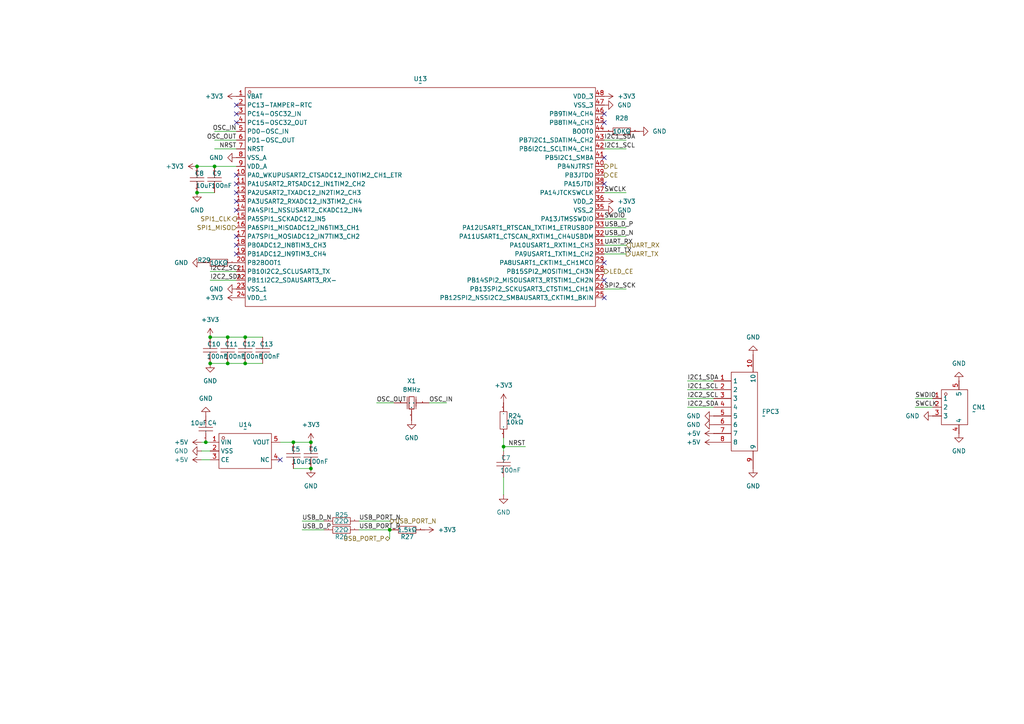
<source format=kicad_sch>
(kicad_sch
	(version 20231120)
	(generator "eeschema")
	(generator_version "8.0")
	(uuid "12c7e51a-4800-459b-8866-961950d925ab")
	(paper "A4")
	(lib_symbols
		(symbol "persional_library:0402C"
			(exclude_from_sim no)
			(in_bom yes)
			(on_board yes)
			(property "Reference" "C"
				(at 0 0 0)
				(effects
					(font
						(size 1.27 1.27)
					)
				)
			)
			(property "Value" "4.7nF"
				(at 0 0 0)
				(effects
					(font
						(size 1.27 1.27)
					)
					(hide yes)
				)
			)
			(property "Footprint" "persional_library:C0402"
				(at 0 0 0)
				(effects
					(font
						(size 1.27 1.27)
					)
					(hide yes)
				)
			)
			(property "Datasheet" "https://atta.szlcsc.com/upload/public/pdf/source/20170923/C1538_1506149261557988345.pdf"
				(at 0 0 0)
				(effects
					(font
						(size 1.27 1.27)
					)
					(hide yes)
				)
			)
			(property "Description" "容值:4.7nF;精度:±10%;额定电压:50V;温度系数:X7R;"
				(at 0 0 0)
				(effects
					(font
						(size 1.27 1.27)
					)
					(hide yes)
				)
			)
			(property "Manufacturer Part" "0402B472K500NT"
				(at 0 0 0)
				(effects
					(font
						(size 1.27 1.27)
					)
					(hide yes)
				)
			)
			(property "Manufacturer" "FH(风华)"
				(at 0 0 0)
				(effects
					(font
						(size 1.27 1.27)
					)
					(hide yes)
				)
			)
			(property "Supplier Part" "C1538"
				(at 0 0 0)
				(effects
					(font
						(size 1.27 1.27)
					)
					(hide yes)
				)
			)
			(property "Supplier" "LCSC"
				(at 0 0 0)
				(effects
					(font
						(size 1.27 1.27)
					)
					(hide yes)
				)
			)
			(property "LCSC Part Name" "4.7nF ±10% 50V"
				(at 0 0 0)
				(effects
					(font
						(size 1.27 1.27)
					)
					(hide yes)
				)
			)
			(symbol "0402C_1_0"
				(polyline
					(pts
						(xy -1.27 0) (xy -0.508 0)
					)
					(stroke
						(width 0)
						(type default)
					)
					(fill
						(type none)
					)
				)
				(polyline
					(pts
						(xy -0.508 2.032) (xy -0.508 -2.032)
					)
					(stroke
						(width 0)
						(type default)
					)
					(fill
						(type none)
					)
				)
				(polyline
					(pts
						(xy 0.508 0) (xy 1.27 0)
					)
					(stroke
						(width 0)
						(type default)
					)
					(fill
						(type none)
					)
				)
				(polyline
					(pts
						(xy 0.508 2.032) (xy 0.508 -2.032)
					)
					(stroke
						(width 0)
						(type default)
					)
					(fill
						(type none)
					)
				)
				(pin input line
					(at -3.81 0 0)
					(length 2.54)
					(name "1"
						(effects
							(font
								(size 0.0254 0.0254)
							)
						)
					)
					(number "1"
						(effects
							(font
								(size 0.0254 0.0254)
							)
						)
					)
				)
				(pin input line
					(at 3.81 0 180)
					(length 2.54)
					(name "2"
						(effects
							(font
								(size 0.0254 0.0254)
							)
						)
					)
					(number "2"
						(effects
							(font
								(size 0.0254 0.0254)
							)
						)
					)
				)
			)
		)
		(symbol "persional_library:0402R"
			(exclude_from_sim no)
			(in_bom yes)
			(on_board yes)
			(property "Reference" "R"
				(at 0 0 0)
				(effects
					(font
						(size 1.27 1.27)
					)
				)
			)
			(property "Value" "22Ω"
				(at 0 0 0)
				(effects
					(font
						(size 1.27 1.27)
					)
					(hide yes)
				)
			)
			(property "Footprint" "persional_library:R0402"
				(at 0 0 0)
				(effects
					(font
						(size 1.27 1.27)
					)
					(hide yes)
				)
			)
			(property "Datasheet" "https://atta.szlcsc.com/upload/public/pdf/source/20200306/C422600_1E6D84923E4A46A82E41ADD87F860B5C.pdf"
				(at 0 0 0)
				(effects
					(font
						(size 1.27 1.27)
					)
					(hide yes)
				)
			)
			(property "Description" "电阻类型:厚膜电阻;阻值:22Ω;精度:±1%;功率:62.5mW;温度系数:±200ppm/°C;最大工作电压:50V;工作温度范围:-55°C~+155°C;"
				(at 0 0 0)
				(effects
					(font
						(size 1.27 1.27)
					)
					(hide yes)
				)
			)
			(property "Manufacturer Part" "0402WGF220JTCE"
				(at 0 0 0)
				(effects
					(font
						(size 1.27 1.27)
					)
					(hide yes)
				)
			)
			(property "Manufacturer" "UNI-ROYAL(厚声)"
				(at 0 0 0)
				(effects
					(font
						(size 1.27 1.27)
					)
					(hide yes)
				)
			)
			(property "Supplier Part" "C25092"
				(at 0 0 0)
				(effects
					(font
						(size 1.27 1.27)
					)
					(hide yes)
				)
			)
			(property "Supplier" "LCSC"
				(at 0 0 0)
				(effects
					(font
						(size 1.27 1.27)
					)
					(hide yes)
				)
			)
			(property "LCSC Part Name" "22Ω ±1% 62.5mW"
				(at 0 0 0)
				(effects
					(font
						(size 1.27 1.27)
					)
					(hide yes)
				)
			)
			(symbol "0402R_1_0"
				(rectangle
					(start -2.54 -1.016)
					(end 2.54 1.016)
					(stroke
						(width 0)
						(type default)
					)
					(fill
						(type none)
					)
				)
				(pin input line
					(at -5.08 0 0)
					(length 2.54)
					(name "1"
						(effects
							(font
								(size 0.0254 0.0254)
							)
						)
					)
					(number "1"
						(effects
							(font
								(size 0.0254 0.0254)
							)
						)
					)
				)
				(pin input line
					(at 5.08 0 180)
					(length 2.54)
					(name "2"
						(effects
							(font
								(size 0.0254 0.0254)
							)
						)
					)
					(number "2"
						(effects
							(font
								(size 0.0254 0.0254)
							)
						)
					)
				)
			)
		)
		(symbol "persional_library:CSTNE8M00GH5C000R0-8MHz"
			(exclude_from_sim no)
			(in_bom yes)
			(on_board yes)
			(property "Reference" "X"
				(at 0 0 0)
				(effects
					(font
						(size 1.27 1.27)
					)
				)
			)
			(property "Value" "8MHz"
				(at 0 0 0)
				(effects
					(font
						(size 1.27 1.27)
					)
				)
			)
			(property "Footprint" "persional_library:OSC-SMD_3P-L3.2-W1.3-P1.20"
				(at 0 0 0)
				(effects
					(font
						(size 1.27 1.27)
					)
					(hide yes)
				)
			)
			(property "Datasheet" "https://atta.szlcsc.com/upload/public/pdf/source/20181211/C341525_832BA077079E4863A5153C1DB98581D5.pdf"
				(at 0 0 0)
				(effects
					(font
						(size 1.27 1.27)
					)
					(hide yes)
				)
			)
			(property "Description" "频率:8MHz;频率容差:±0.07%;内藏负载电容:33pF;谐振阻抗:40Ω;"
				(at 0 0 0)
				(effects
					(font
						(size 1.27 1.27)
					)
					(hide yes)
				)
			)
			(property "Manufacturer Part" "CSTNE8M00GH5C000R0"
				(at 0 0 0)
				(effects
					(font
						(size 1.27 1.27)
					)
					(hide yes)
				)
			)
			(property "Manufacturer" "muRata(村田)"
				(at 0 0 0)
				(effects
					(font
						(size 1.27 1.27)
					)
					(hide yes)
				)
			)
			(property "Supplier Part" "C341525"
				(at 0 0 0)
				(effects
					(font
						(size 1.27 1.27)
					)
					(hide yes)
				)
			)
			(property "Supplier" "LCSC"
				(at 0 0 0)
				(effects
					(font
						(size 1.27 1.27)
					)
					(hide yes)
				)
			)
			(property "LCSC Part Name" "8MHz ±0.07% 33pF"
				(at 0 0 0)
				(effects
					(font
						(size 1.27 1.27)
					)
					(hide yes)
				)
			)
			(symbol "CSTNE8M00GH5C000R0-8MHz_1_0"
				(polyline
					(pts
						(xy -1.27 1.016) (xy -1.27 -1.016)
					)
					(stroke
						(width 0)
						(type default)
					)
					(fill
						(type none)
					)
				)
				(polyline
					(pts
						(xy -1.27 1.778) (xy -1.27 -1.778)
					)
					(stroke
						(width 0)
						(type default)
					)
					(fill
						(type none)
					)
				)
				(polyline
					(pts
						(xy -0.762 1.778) (xy 0.762 1.778)
					)
					(stroke
						(width 0)
						(type default)
					)
					(fill
						(type none)
					)
				)
				(polyline
					(pts
						(xy 1.27 1.016) (xy 1.27 -1.016)
					)
					(stroke
						(width 0)
						(type default)
					)
					(fill
						(type none)
					)
				)
				(polyline
					(pts
						(xy 1.27 1.778) (xy 1.27 -1.778)
					)
					(stroke
						(width 0)
						(type default)
					)
					(fill
						(type none)
					)
				)
				(polyline
					(pts
						(xy 0.762 1.778) (xy 0.762 -1.778) (xy 0.762 -1.778) (xy -0.762 -1.778) (xy -0.762 -1.778) (xy -0.762 1.778)
					)
					(stroke
						(width 0)
						(type default)
					)
					(fill
						(type none)
					)
				)
				(polyline
					(pts
						(xy -0.762 -1.778) (xy -0.762 1.778) (xy -0.762 1.778) (xy 0.762 1.778) (xy 0.762 1.778) (xy 0.762 -1.778)
						(xy 0.762 -1.778) (xy -0.762 -1.778)
					)
					(stroke
						(width 0)
						(type default)
					)
					(fill
						(type none)
					)
				)
				(pin input line
					(at 5.08 0 180)
					(length 3.81)
					(name "OSC1"
						(effects
							(font
								(size 0.0254 0.0254)
							)
						)
					)
					(number "1"
						(effects
							(font
								(size 0.0254 0.0254)
							)
						)
					)
				)
				(pin input line
					(at 0 -5.08 90)
					(length 3.048)
					(name "GND"
						(effects
							(font
								(size 0.0254 0.0254)
							)
						)
					)
					(number "2"
						(effects
							(font
								(size 0.0254 0.0254)
							)
						)
					)
				)
				(pin input line
					(at -5.08 0 0)
					(length 3.81)
					(name "OSC2"
						(effects
							(font
								(size 0.0254 0.0254)
							)
						)
					)
					(number "3"
						(effects
							(font
								(size 0.0254 0.0254)
							)
						)
					)
				)
			)
		)
		(symbol "persional_library:FPC-8Pin"
			(exclude_from_sim no)
			(in_bom yes)
			(on_board yes)
			(property "Reference" "FPC"
				(at 0 0 0)
				(effects
					(font
						(size 1.27 1.27)
					)
				)
			)
			(property "Value" ""
				(at 0 0 0)
				(effects
					(font
						(size 1.27 1.27)
					)
				)
			)
			(property "Footprint" "persional_library:FPC-SMD_P0.50-8P_FGS-XJ-H2.0"
				(at 0 0 0)
				(effects
					(font
						(size 1.27 1.27)
					)
					(hide yes)
				)
			)
			(property "Datasheet" "https://atta.szlcsc.com/upload/public/pdf/source/20180814/C262657_E4DDBFDEF95394073062C4B6399AAD54.pdf"
				(at 0 0 0)
				(effects
					(font
						(size 1.27 1.27)
					)
					(hide yes)
				)
			)
			(property "Description" "间距:0.5mm;触点数量:8;锁定特性:翻盖式;安装类型:卧贴;触点类型:下接;"
				(at 0 0 0)
				(effects
					(font
						(size 1.27 1.27)
					)
					(hide yes)
				)
			)
			(property "Manufacturer Part" "AFC01-S08FCA-00"
				(at 0 0 0)
				(effects
					(font
						(size 1.27 1.27)
					)
					(hide yes)
				)
			)
			(property "Manufacturer" "JS(钜硕电子)"
				(at 0 0 0)
				(effects
					(font
						(size 1.27 1.27)
					)
					(hide yes)
				)
			)
			(property "Supplier Part" "C262657"
				(at 0 0 0)
				(effects
					(font
						(size 1.27 1.27)
					)
					(hide yes)
				)
			)
			(property "Supplier" "LCSC"
				(at 0 0 0)
				(effects
					(font
						(size 1.27 1.27)
					)
					(hide yes)
				)
			)
			(property "LCSC Part Name" "0.5mm P数:8 翻盖式 下接"
				(at 0 0 0)
				(effects
					(font
						(size 1.27 1.27)
					)
					(hide yes)
				)
			)
			(symbol "FPC-8Pin_1_0"
				(rectangle
					(start -1.27 -11.43)
					(end 6.35 11.43)
					(stroke
						(width 0)
						(type default)
					)
					(fill
						(type none)
					)
				)
				(pin input line
					(at -6.35 8.89 0)
					(length 5.08)
					(name "1"
						(effects
							(font
								(size 1.27 1.27)
							)
						)
					)
					(number "1"
						(effects
							(font
								(size 1.27 1.27)
							)
						)
					)
				)
				(pin input line
					(at 5.08 16.51 270)
					(length 5.08)
					(name "10"
						(effects
							(font
								(size 1.27 1.27)
							)
						)
					)
					(number "10"
						(effects
							(font
								(size 1.27 1.27)
							)
						)
					)
				)
				(pin input line
					(at -6.35 6.35 0)
					(length 5.08)
					(name "2"
						(effects
							(font
								(size 1.27 1.27)
							)
						)
					)
					(number "2"
						(effects
							(font
								(size 1.27 1.27)
							)
						)
					)
				)
				(pin input line
					(at -6.35 3.81 0)
					(length 5.08)
					(name "3"
						(effects
							(font
								(size 1.27 1.27)
							)
						)
					)
					(number "3"
						(effects
							(font
								(size 1.27 1.27)
							)
						)
					)
				)
				(pin input line
					(at -6.35 1.27 0)
					(length 5.08)
					(name "4"
						(effects
							(font
								(size 1.27 1.27)
							)
						)
					)
					(number "4"
						(effects
							(font
								(size 1.27 1.27)
							)
						)
					)
				)
				(pin input line
					(at -6.35 -1.27 0)
					(length 5.08)
					(name "5"
						(effects
							(font
								(size 1.27 1.27)
							)
						)
					)
					(number "5"
						(effects
							(font
								(size 1.27 1.27)
							)
						)
					)
				)
				(pin input line
					(at -6.35 -3.81 0)
					(length 5.08)
					(name "6"
						(effects
							(font
								(size 1.27 1.27)
							)
						)
					)
					(number "6"
						(effects
							(font
								(size 1.27 1.27)
							)
						)
					)
				)
				(pin input line
					(at -6.35 -6.35 0)
					(length 5.08)
					(name "7"
						(effects
							(font
								(size 1.27 1.27)
							)
						)
					)
					(number "7"
						(effects
							(font
								(size 1.27 1.27)
							)
						)
					)
				)
				(pin input line
					(at -6.35 -8.89 0)
					(length 5.08)
					(name "8"
						(effects
							(font
								(size 1.27 1.27)
							)
						)
					)
					(number "8"
						(effects
							(font
								(size 1.27 1.27)
							)
						)
					)
				)
				(pin input line
					(at 5.08 -16.51 90)
					(length 5.08)
					(name "9"
						(effects
							(font
								(size 1.27 1.27)
							)
						)
					)
					(number "9"
						(effects
							(font
								(size 1.27 1.27)
							)
						)
					)
				)
			)
		)
		(symbol "persional_library:STM32F103CBT6"
			(exclude_from_sim no)
			(in_bom yes)
			(on_board yes)
			(property "Reference" "U"
				(at 0 0 0)
				(effects
					(font
						(size 1.27 1.27)
					)
				)
			)
			(property "Value" ""
				(at 0 0 0)
				(effects
					(font
						(size 1.27 1.27)
					)
				)
			)
			(property "Footprint" "persional_library:LQFP-48_L7.0-W7.0-P0.50-LS9.0-BL"
				(at 0 0 0)
				(effects
					(font
						(size 1.27 1.27)
					)
					(hide yes)
				)
			)
			(property "Datasheet" "https://atta.szlcsc.com/upload/public/pdf/source/20140724/1457707170379.pdf"
				(at 0 0 0)
				(effects
					(font
						(size 1.27 1.27)
					)
					(hide yes)
				)
			)
			(property "Description" "主频（MAX):72MHz;工作电压:2V ~ 3.6V;"
				(at 0 0 0)
				(effects
					(font
						(size 1.27 1.27)
					)
					(hide yes)
				)
			)
			(property "Manufacturer Part" "STM32F103CBT6"
				(at 0 0 0)
				(effects
					(font
						(size 1.27 1.27)
					)
					(hide yes)
				)
			)
			(property "Manufacturer" "ST(意法半导体)"
				(at 0 0 0)
				(effects
					(font
						(size 1.27 1.27)
					)
					(hide yes)
				)
			)
			(property "Supplier Part" "C8304"
				(at 0 0 0)
				(effects
					(font
						(size 1.27 1.27)
					)
					(hide yes)
				)
			)
			(property "Supplier" "LCSC"
				(at 0 0 0)
				(effects
					(font
						(size 1.27 1.27)
					)
					(hide yes)
				)
			)
			(property "LCSC Part Name" "STM32F103CBT6"
				(at 0 0 0)
				(effects
					(font
						(size 1.27 1.27)
					)
					(hide yes)
				)
			)
			(symbol "STM32F103CBT6_1_0"
				(rectangle
					(start -50.8 -31.75)
					(end 50.8 31.75)
					(stroke
						(width 0)
						(type default)
					)
					(fill
						(type none)
					)
				)
				(circle
					(center -49.53 30.48)
					(radius 0.381)
					(stroke
						(width 0)
						(type default)
					)
					(fill
						(type none)
					)
				)
				(pin input line
					(at -53.34 29.21 0)
					(length 2.54)
					(name "VBAT"
						(effects
							(font
								(size 1.27 1.27)
							)
						)
					)
					(number "1"
						(effects
							(font
								(size 1.27 1.27)
							)
						)
					)
				)
				(pin input line
					(at -53.34 6.35 0)
					(length 2.54)
					(name "PA0_WKUPUSART2_CTSADC12_IN0TIM2_CH1_ETR"
						(effects
							(font
								(size 1.27 1.27)
							)
						)
					)
					(number "10"
						(effects
							(font
								(size 1.27 1.27)
							)
						)
					)
				)
				(pin input line
					(at -53.34 3.81 0)
					(length 2.54)
					(name "PA1USART2_RTSADC12_IN1TIM2_CH2"
						(effects
							(font
								(size 1.27 1.27)
							)
						)
					)
					(number "11"
						(effects
							(font
								(size 1.27 1.27)
							)
						)
					)
				)
				(pin input line
					(at -53.34 1.27 0)
					(length 2.54)
					(name "PA2USART2_TXADC12_IN2TIM2_CH3"
						(effects
							(font
								(size 1.27 1.27)
							)
						)
					)
					(number "12"
						(effects
							(font
								(size 1.27 1.27)
							)
						)
					)
				)
				(pin input line
					(at -53.34 -1.27 0)
					(length 2.54)
					(name "PA3USART2_RXADC12_IN3TIM2_CH4"
						(effects
							(font
								(size 1.27 1.27)
							)
						)
					)
					(number "13"
						(effects
							(font
								(size 1.27 1.27)
							)
						)
					)
				)
				(pin input line
					(at -53.34 -3.81 0)
					(length 2.54)
					(name "PA4SPI1_NSSUSART2_CKADC12_IN4"
						(effects
							(font
								(size 1.27 1.27)
							)
						)
					)
					(number "14"
						(effects
							(font
								(size 1.27 1.27)
							)
						)
					)
				)
				(pin input line
					(at -53.34 -6.35 0)
					(length 2.54)
					(name "PA5SPI1_SCKADC12_IN5"
						(effects
							(font
								(size 1.27 1.27)
							)
						)
					)
					(number "15"
						(effects
							(font
								(size 1.27 1.27)
							)
						)
					)
				)
				(pin input line
					(at -53.34 -8.89 0)
					(length 2.54)
					(name "PA6SPI1_MISOADC12_IN6TIM3_CH1"
						(effects
							(font
								(size 1.27 1.27)
							)
						)
					)
					(number "16"
						(effects
							(font
								(size 1.27 1.27)
							)
						)
					)
				)
				(pin input line
					(at -53.34 -11.43 0)
					(length 2.54)
					(name "PA7SPI1_MOSIADC12_IN7TIM3_CH2"
						(effects
							(font
								(size 1.27 1.27)
							)
						)
					)
					(number "17"
						(effects
							(font
								(size 1.27 1.27)
							)
						)
					)
				)
				(pin input line
					(at -53.34 -13.97 0)
					(length 2.54)
					(name "PB0ADC12_IN8TIM3_CH3"
						(effects
							(font
								(size 1.27 1.27)
							)
						)
					)
					(number "18"
						(effects
							(font
								(size 1.27 1.27)
							)
						)
					)
				)
				(pin input line
					(at -53.34 -16.51 0)
					(length 2.54)
					(name "PB1ADC12_IN9TIM3_CH4"
						(effects
							(font
								(size 1.27 1.27)
							)
						)
					)
					(number "19"
						(effects
							(font
								(size 1.27 1.27)
							)
						)
					)
				)
				(pin input line
					(at -53.34 26.67 0)
					(length 2.54)
					(name "PC13-TAMPER-RTC"
						(effects
							(font
								(size 1.27 1.27)
							)
						)
					)
					(number "2"
						(effects
							(font
								(size 1.27 1.27)
							)
						)
					)
				)
				(pin input line
					(at -53.34 -19.05 0)
					(length 2.54)
					(name "PB2BOOT1"
						(effects
							(font
								(size 1.27 1.27)
							)
						)
					)
					(number "20"
						(effects
							(font
								(size 1.27 1.27)
							)
						)
					)
				)
				(pin input line
					(at -53.34 -21.59 0)
					(length 2.54)
					(name "PB10I2C2_SCLUSART3_TX"
						(effects
							(font
								(size 1.27 1.27)
							)
						)
					)
					(number "21"
						(effects
							(font
								(size 1.27 1.27)
							)
						)
					)
				)
				(pin input line
					(at -53.34 -24.13 0)
					(length 2.54)
					(name "PB11I2C2_SDAUSART3_RX-"
						(effects
							(font
								(size 1.27 1.27)
							)
						)
					)
					(number "22"
						(effects
							(font
								(size 1.27 1.27)
							)
						)
					)
				)
				(pin input line
					(at -53.34 -26.67 0)
					(length 2.54)
					(name "VSS_1"
						(effects
							(font
								(size 1.27 1.27)
							)
						)
					)
					(number "23"
						(effects
							(font
								(size 1.27 1.27)
							)
						)
					)
				)
				(pin input line
					(at -53.34 -29.21 0)
					(length 2.54)
					(name "VDD_1"
						(effects
							(font
								(size 1.27 1.27)
							)
						)
					)
					(number "24"
						(effects
							(font
								(size 1.27 1.27)
							)
						)
					)
				)
				(pin input line
					(at 53.34 -29.21 180)
					(length 2.54)
					(name "PB12SPI2_NSSI2C2_SMBAUSART3_CKTIM1_BKIN"
						(effects
							(font
								(size 1.27 1.27)
							)
						)
					)
					(number "25"
						(effects
							(font
								(size 1.27 1.27)
							)
						)
					)
				)
				(pin input line
					(at 53.34 -26.67 180)
					(length 2.54)
					(name "PB13SPI2_SCKUSART3_CTSTIM1_CH1N"
						(effects
							(font
								(size 1.27 1.27)
							)
						)
					)
					(number "26"
						(effects
							(font
								(size 1.27 1.27)
							)
						)
					)
				)
				(pin input line
					(at 53.34 -24.13 180)
					(length 2.54)
					(name "PB14SPI2_MISOUSART3_RTSTIM1_CH2N"
						(effects
							(font
								(size 1.27 1.27)
							)
						)
					)
					(number "27"
						(effects
							(font
								(size 1.27 1.27)
							)
						)
					)
				)
				(pin input line
					(at 53.34 -21.59 180)
					(length 2.54)
					(name "PB15SPI2_MOSITIM1_CH3N"
						(effects
							(font
								(size 1.27 1.27)
							)
						)
					)
					(number "28"
						(effects
							(font
								(size 1.27 1.27)
							)
						)
					)
				)
				(pin input line
					(at 53.34 -19.05 180)
					(length 2.54)
					(name "PA8USART1_CKTIM1_CH1MCO"
						(effects
							(font
								(size 1.27 1.27)
							)
						)
					)
					(number "29"
						(effects
							(font
								(size 1.27 1.27)
							)
						)
					)
				)
				(pin input line
					(at -53.34 24.13 0)
					(length 2.54)
					(name "PC14-OSC32_IN"
						(effects
							(font
								(size 1.27 1.27)
							)
						)
					)
					(number "3"
						(effects
							(font
								(size 1.27 1.27)
							)
						)
					)
				)
				(pin input line
					(at 53.34 -16.51 180)
					(length 2.54)
					(name "PA9USART1_TXTIM1_CH2"
						(effects
							(font
								(size 1.27 1.27)
							)
						)
					)
					(number "30"
						(effects
							(font
								(size 1.27 1.27)
							)
						)
					)
				)
				(pin input line
					(at 53.34 -13.97 180)
					(length 2.54)
					(name "PA10USART1_RXTIM1_CH3"
						(effects
							(font
								(size 1.27 1.27)
							)
						)
					)
					(number "31"
						(effects
							(font
								(size 1.27 1.27)
							)
						)
					)
				)
				(pin input line
					(at 53.34 -11.43 180)
					(length 2.54)
					(name "PA11USART1_CTSCAN_RXTIM1_CH4USBDM"
						(effects
							(font
								(size 1.27 1.27)
							)
						)
					)
					(number "32"
						(effects
							(font
								(size 1.27 1.27)
							)
						)
					)
				)
				(pin input line
					(at 53.34 -8.89 180)
					(length 2.54)
					(name "PA12USART1_RTSCAN_TXTIM1_ETRUSBDP"
						(effects
							(font
								(size 1.27 1.27)
							)
						)
					)
					(number "33"
						(effects
							(font
								(size 1.27 1.27)
							)
						)
					)
				)
				(pin input line
					(at 53.34 -6.35 180)
					(length 2.54)
					(name "PA13JTMSSWDIO"
						(effects
							(font
								(size 1.27 1.27)
							)
						)
					)
					(number "34"
						(effects
							(font
								(size 1.27 1.27)
							)
						)
					)
				)
				(pin input line
					(at 53.34 -3.81 180)
					(length 2.54)
					(name "VSS_2"
						(effects
							(font
								(size 1.27 1.27)
							)
						)
					)
					(number "35"
						(effects
							(font
								(size 1.27 1.27)
							)
						)
					)
				)
				(pin input line
					(at 53.34 -1.27 180)
					(length 2.54)
					(name "VDD_2"
						(effects
							(font
								(size 1.27 1.27)
							)
						)
					)
					(number "36"
						(effects
							(font
								(size 1.27 1.27)
							)
						)
					)
				)
				(pin input line
					(at 53.34 1.27 180)
					(length 2.54)
					(name "PA14JTCKSWCLK"
						(effects
							(font
								(size 1.27 1.27)
							)
						)
					)
					(number "37"
						(effects
							(font
								(size 1.27 1.27)
							)
						)
					)
				)
				(pin input line
					(at 53.34 3.81 180)
					(length 2.54)
					(name "PA15JTDI"
						(effects
							(font
								(size 1.27 1.27)
							)
						)
					)
					(number "38"
						(effects
							(font
								(size 1.27 1.27)
							)
						)
					)
				)
				(pin input line
					(at 53.34 6.35 180)
					(length 2.54)
					(name "PB3JTDO"
						(effects
							(font
								(size 1.27 1.27)
							)
						)
					)
					(number "39"
						(effects
							(font
								(size 1.27 1.27)
							)
						)
					)
				)
				(pin input line
					(at -53.34 21.59 0)
					(length 2.54)
					(name "PC15-OSC32_OUT"
						(effects
							(font
								(size 1.27 1.27)
							)
						)
					)
					(number "4"
						(effects
							(font
								(size 1.27 1.27)
							)
						)
					)
				)
				(pin input line
					(at 53.34 8.89 180)
					(length 2.54)
					(name "PB4NJTRST"
						(effects
							(font
								(size 1.27 1.27)
							)
						)
					)
					(number "40"
						(effects
							(font
								(size 1.27 1.27)
							)
						)
					)
				)
				(pin input line
					(at 53.34 11.43 180)
					(length 2.54)
					(name "PB5I2C1_SMBA"
						(effects
							(font
								(size 1.27 1.27)
							)
						)
					)
					(number "41"
						(effects
							(font
								(size 1.27 1.27)
							)
						)
					)
				)
				(pin input line
					(at 53.34 13.97 180)
					(length 2.54)
					(name "PB6I2C1_SCLTIM4_CH1"
						(effects
							(font
								(size 1.27 1.27)
							)
						)
					)
					(number "42"
						(effects
							(font
								(size 1.27 1.27)
							)
						)
					)
				)
				(pin input line
					(at 53.34 16.51 180)
					(length 2.54)
					(name "PB7I2C1_SDATIM4_CH2"
						(effects
							(font
								(size 1.27 1.27)
							)
						)
					)
					(number "43"
						(effects
							(font
								(size 1.27 1.27)
							)
						)
					)
				)
				(pin input line
					(at 53.34 19.05 180)
					(length 2.54)
					(name "BOOT0"
						(effects
							(font
								(size 1.27 1.27)
							)
						)
					)
					(number "44"
						(effects
							(font
								(size 1.27 1.27)
							)
						)
					)
				)
				(pin input line
					(at 53.34 21.59 180)
					(length 2.54)
					(name "PB8TIM4_CH3"
						(effects
							(font
								(size 1.27 1.27)
							)
						)
					)
					(number "45"
						(effects
							(font
								(size 1.27 1.27)
							)
						)
					)
				)
				(pin input line
					(at 53.34 24.13 180)
					(length 2.54)
					(name "PB9TIM4_CH4"
						(effects
							(font
								(size 1.27 1.27)
							)
						)
					)
					(number "46"
						(effects
							(font
								(size 1.27 1.27)
							)
						)
					)
				)
				(pin input line
					(at 53.34 26.67 180)
					(length 2.54)
					(name "VSS_3"
						(effects
							(font
								(size 1.27 1.27)
							)
						)
					)
					(number "47"
						(effects
							(font
								(size 1.27 1.27)
							)
						)
					)
				)
				(pin input line
					(at 53.34 29.21 180)
					(length 2.54)
					(name "VDD_3"
						(effects
							(font
								(size 1.27 1.27)
							)
						)
					)
					(number "48"
						(effects
							(font
								(size 1.27 1.27)
							)
						)
					)
				)
				(pin input line
					(at -53.34 19.05 0)
					(length 2.54)
					(name "PD0-OSC_IN"
						(effects
							(font
								(size 1.27 1.27)
							)
						)
					)
					(number "5"
						(effects
							(font
								(size 1.27 1.27)
							)
						)
					)
				)
				(pin input line
					(at -53.34 16.51 0)
					(length 2.54)
					(name "PD1-OSC_OUT"
						(effects
							(font
								(size 1.27 1.27)
							)
						)
					)
					(number "6"
						(effects
							(font
								(size 1.27 1.27)
							)
						)
					)
				)
				(pin input line
					(at -53.34 13.97 0)
					(length 2.54)
					(name "NRST"
						(effects
							(font
								(size 1.27 1.27)
							)
						)
					)
					(number "7"
						(effects
							(font
								(size 1.27 1.27)
							)
						)
					)
				)
				(pin input line
					(at -53.34 11.43 0)
					(length 2.54)
					(name "VSS_A"
						(effects
							(font
								(size 1.27 1.27)
							)
						)
					)
					(number "8"
						(effects
							(font
								(size 1.27 1.27)
							)
						)
					)
				)
				(pin input line
					(at -53.34 8.89 0)
					(length 2.54)
					(name "VDD_A"
						(effects
							(font
								(size 1.27 1.27)
							)
						)
					)
					(number "9"
						(effects
							(font
								(size 1.27 1.27)
							)
						)
					)
				)
			)
		)
		(symbol "persional_library:WAFER-GH1.25-3PWB"
			(exclude_from_sim no)
			(in_bom yes)
			(on_board yes)
			(property "Reference" "CN"
				(at 0 0 0)
				(effects
					(font
						(size 1.27 1.27)
					)
				)
			)
			(property "Value" ""
				(at 0 0 0)
				(effects
					(font
						(size 1.27 1.27)
					)
				)
			)
			(property "Footprint" "persional_library:CONN-TH_3P-P1.25_GH1.25"
				(at 0 0 0)
				(effects
					(font
						(size 1.27 1.27)
					)
					(hide yes)
				)
			)
			(property "Datasheet" "https://atta.szlcsc.com/upload/public/pdf/source/20220527/CB8773BFB0913C3B8ABD62CB38BA101A.pdf"
				(at 0 0 0)
				(effects
					(font
						(size 1.27 1.27)
					)
					(hide yes)
				)
			)
			(property "Description" "插针结构:1x3P;间距:1.25mm;安装方式:卧贴;参考系列:GH;总PIN数:3P;排数:1;每排PIN数:3;行距:-;额定电流:1A;触头材质:黄铜;触头镀层:-;工作温度范围:-25°C~+85°C;"
				(at 0 0 0)
				(effects
					(font
						(size 1.27 1.27)
					)
					(hide yes)
				)
			)
			(property "Manufacturer Part" "WAFER-GH1.25-3PWB"
				(at 0 0 0)
				(effects
					(font
						(size 1.27 1.27)
					)
					(hide yes)
				)
			)
			(property "Manufacturer" "XUNPU(讯普)"
				(at 0 0 0)
				(effects
					(font
						(size 1.27 1.27)
					)
					(hide yes)
				)
			)
			(property "Supplier Part" "C3029378"
				(at 0 0 0)
				(effects
					(font
						(size 1.27 1.27)
					)
					(hide yes)
				)
			)
			(property "Supplier" "LCSC"
				(at 0 0 0)
				(effects
					(font
						(size 1.27 1.27)
					)
					(hide yes)
				)
			)
			(property "LCSC Part Name" "1x3P 间距:1.25mm 卧贴 系列:GH"
				(at 0 0 0)
				(effects
					(font
						(size 1.27 1.27)
					)
					(hide yes)
				)
			)
			(symbol "WAFER-GH1.25-3PWB_1_0"
				(rectangle
					(start -2.54 -5.08)
					(end 5.08 5.08)
					(stroke
						(width 0)
						(type default)
					)
					(fill
						(type none)
					)
				)
				(circle
					(center -1.27 3.81)
					(radius 0.381)
					(stroke
						(width 0)
						(type default)
					)
					(fill
						(type none)
					)
				)
				(pin unspecified line
					(at -5.08 2.54 0)
					(length 2.54)
					(name "1"
						(effects
							(font
								(size 1.27 1.27)
							)
						)
					)
					(number "1"
						(effects
							(font
								(size 1.27 1.27)
							)
						)
					)
				)
				(pin unspecified line
					(at -5.08 0 0)
					(length 2.54)
					(name "2"
						(effects
							(font
								(size 1.27 1.27)
							)
						)
					)
					(number "2"
						(effects
							(font
								(size 1.27 1.27)
							)
						)
					)
				)
				(pin unspecified line
					(at -5.08 -2.54 0)
					(length 2.54)
					(name "3"
						(effects
							(font
								(size 1.27 1.27)
							)
						)
					)
					(number "3"
						(effects
							(font
								(size 1.27 1.27)
							)
						)
					)
				)
				(pin unspecified line
					(at 2.54 -7.62 90)
					(length 2.54)
					(name "4"
						(effects
							(font
								(size 1.27 1.27)
							)
						)
					)
					(number "4"
						(effects
							(font
								(size 1.27 1.27)
							)
						)
					)
				)
				(pin unspecified line
					(at 2.54 7.62 270)
					(length 2.54)
					(name "5"
						(effects
							(font
								(size 1.27 1.27)
							)
						)
					)
					(number "5"
						(effects
							(font
								(size 1.27 1.27)
							)
						)
					)
				)
			)
		)
		(symbol "persional_library:XC6210B332MR_LDO3V3"
			(exclude_from_sim no)
			(in_bom yes)
			(on_board yes)
			(property "Reference" "U"
				(at 0 0 0)
				(effects
					(font
						(size 1.27 1.27)
					)
				)
			)
			(property "Value" ""
				(at 0 0 0)
				(effects
					(font
						(size 1.27 1.27)
					)
				)
			)
			(property "Footprint" "persional_library:SOT-25_L3.0-W1.6-P0.95-LS2.8-BL"
				(at 0 0 0)
				(effects
					(font
						(size 1.27 1.27)
					)
					(hide yes)
				)
			)
			(property "Datasheet" "https://atta.szlcsc.com/upload/public/pdf/source/20190903/C424705_1DFB2113A9A78D399905DBF688657204.pdf"
				(at 0 0 0)
				(effects
					(font
						(size 1.27 1.27)
					)
					(hide yes)
				)
			)
			(property "Description" "输出类型:固定;输出极性:正;输出通道数:1;最大输入电压:6V;输出电压:3.3V;压差:75mV@(100mA);输出电流:900mA;电源纹波抑制比(PRSS):60dB@(1kHz);"
				(at 0 0 0)
				(effects
					(font
						(size 1.27 1.27)
					)
					(hide yes)
				)
			)
			(property "Manufacturer Part" "XC6210B332MR"
				(at 0 0 0)
				(effects
					(font
						(size 1.27 1.27)
					)
					(hide yes)
				)
			)
			(property "Manufacturer" "TOREX(特瑞仕)"
				(at 0 0 0)
				(effects
					(font
						(size 1.27 1.27)
					)
					(hide yes)
				)
			)
			(property "Supplier Part" "C424705"
				(at 0 0 0)
				(effects
					(font
						(size 1.27 1.27)
					)
					(hide yes)
				)
			)
			(property "Supplier" "LCSC"
				(at 0 0 0)
				(effects
					(font
						(size 1.27 1.27)
					)
					(hide yes)
				)
			)
			(property "LCSC Part Name" "Vin=6V Vout=3.3V 900mA 60dB@(1kHz)"
				(at 0 0 0)
				(effects
					(font
						(size 1.27 1.27)
					)
					(hide yes)
				)
			)
			(symbol "XC6210B332MR_LDO3V3_1_0"
				(rectangle
					(start -7.62 -5.08)
					(end 7.62 5.08)
					(stroke
						(width 0)
						(type default)
					)
					(fill
						(type none)
					)
				)
				(circle
					(center -6.35 3.81)
					(radius 0.381)
					(stroke
						(width 0)
						(type default)
					)
					(fill
						(type none)
					)
				)
				(pin input line
					(at -10.16 2.54 0)
					(length 2.54)
					(name "VIN"
						(effects
							(font
								(size 1.27 1.27)
							)
						)
					)
					(number "1"
						(effects
							(font
								(size 1.27 1.27)
							)
						)
					)
				)
				(pin input line
					(at -10.16 0 0)
					(length 2.54)
					(name "VSS"
						(effects
							(font
								(size 1.27 1.27)
							)
						)
					)
					(number "2"
						(effects
							(font
								(size 1.27 1.27)
							)
						)
					)
				)
				(pin input line
					(at -10.16 -2.54 0)
					(length 2.54)
					(name "CE"
						(effects
							(font
								(size 1.27 1.27)
							)
						)
					)
					(number "3"
						(effects
							(font
								(size 1.27 1.27)
							)
						)
					)
				)
				(pin input line
					(at 10.16 -2.54 180)
					(length 2.54)
					(name "NC"
						(effects
							(font
								(size 1.27 1.27)
							)
						)
					)
					(number "4"
						(effects
							(font
								(size 1.27 1.27)
							)
						)
					)
				)
				(pin input line
					(at 10.16 2.54 180)
					(length 2.54)
					(name "VOUT"
						(effects
							(font
								(size 1.27 1.27)
							)
						)
					)
					(number "5"
						(effects
							(font
								(size 1.27 1.27)
							)
						)
					)
				)
			)
		)
		(symbol "power:+3V3"
			(power)
			(pin_numbers hide)
			(pin_names
				(offset 0) hide)
			(exclude_from_sim no)
			(in_bom yes)
			(on_board yes)
			(property "Reference" "#PWR"
				(at 0 -3.81 0)
				(effects
					(font
						(size 1.27 1.27)
					)
					(hide yes)
				)
			)
			(property "Value" "+3V3"
				(at 0 3.556 0)
				(effects
					(font
						(size 1.27 1.27)
					)
				)
			)
			(property "Footprint" ""
				(at 0 0 0)
				(effects
					(font
						(size 1.27 1.27)
					)
					(hide yes)
				)
			)
			(property "Datasheet" ""
				(at 0 0 0)
				(effects
					(font
						(size 1.27 1.27)
					)
					(hide yes)
				)
			)
			(property "Description" "Power symbol creates a global label with name \"+3V3\""
				(at 0 0 0)
				(effects
					(font
						(size 1.27 1.27)
					)
					(hide yes)
				)
			)
			(property "ki_keywords" "global power"
				(at 0 0 0)
				(effects
					(font
						(size 1.27 1.27)
					)
					(hide yes)
				)
			)
			(symbol "+3V3_0_1"
				(polyline
					(pts
						(xy -0.762 1.27) (xy 0 2.54)
					)
					(stroke
						(width 0)
						(type default)
					)
					(fill
						(type none)
					)
				)
				(polyline
					(pts
						(xy 0 0) (xy 0 2.54)
					)
					(stroke
						(width 0)
						(type default)
					)
					(fill
						(type none)
					)
				)
				(polyline
					(pts
						(xy 0 2.54) (xy 0.762 1.27)
					)
					(stroke
						(width 0)
						(type default)
					)
					(fill
						(type none)
					)
				)
			)
			(symbol "+3V3_1_1"
				(pin power_in line
					(at 0 0 90)
					(length 0)
					(name "~"
						(effects
							(font
								(size 1.27 1.27)
							)
						)
					)
					(number "1"
						(effects
							(font
								(size 1.27 1.27)
							)
						)
					)
				)
			)
		)
		(symbol "power:+5V"
			(power)
			(pin_numbers hide)
			(pin_names
				(offset 0) hide)
			(exclude_from_sim no)
			(in_bom yes)
			(on_board yes)
			(property "Reference" "#PWR"
				(at 0 -3.81 0)
				(effects
					(font
						(size 1.27 1.27)
					)
					(hide yes)
				)
			)
			(property "Value" "+5V"
				(at 0 3.556 0)
				(effects
					(font
						(size 1.27 1.27)
					)
				)
			)
			(property "Footprint" ""
				(at 0 0 0)
				(effects
					(font
						(size 1.27 1.27)
					)
					(hide yes)
				)
			)
			(property "Datasheet" ""
				(at 0 0 0)
				(effects
					(font
						(size 1.27 1.27)
					)
					(hide yes)
				)
			)
			(property "Description" "Power symbol creates a global label with name \"+5V\""
				(at 0 0 0)
				(effects
					(font
						(size 1.27 1.27)
					)
					(hide yes)
				)
			)
			(property "ki_keywords" "global power"
				(at 0 0 0)
				(effects
					(font
						(size 1.27 1.27)
					)
					(hide yes)
				)
			)
			(symbol "+5V_0_1"
				(polyline
					(pts
						(xy -0.762 1.27) (xy 0 2.54)
					)
					(stroke
						(width 0)
						(type default)
					)
					(fill
						(type none)
					)
				)
				(polyline
					(pts
						(xy 0 0) (xy 0 2.54)
					)
					(stroke
						(width 0)
						(type default)
					)
					(fill
						(type none)
					)
				)
				(polyline
					(pts
						(xy 0 2.54) (xy 0.762 1.27)
					)
					(stroke
						(width 0)
						(type default)
					)
					(fill
						(type none)
					)
				)
			)
			(symbol "+5V_1_1"
				(pin power_in line
					(at 0 0 90)
					(length 0)
					(name "~"
						(effects
							(font
								(size 1.27 1.27)
							)
						)
					)
					(number "1"
						(effects
							(font
								(size 1.27 1.27)
							)
						)
					)
				)
			)
		)
		(symbol "power:GND"
			(power)
			(pin_numbers hide)
			(pin_names
				(offset 0) hide)
			(exclude_from_sim no)
			(in_bom yes)
			(on_board yes)
			(property "Reference" "#PWR"
				(at 0 -6.35 0)
				(effects
					(font
						(size 1.27 1.27)
					)
					(hide yes)
				)
			)
			(property "Value" "GND"
				(at 0 -3.81 0)
				(effects
					(font
						(size 1.27 1.27)
					)
				)
			)
			(property "Footprint" ""
				(at 0 0 0)
				(effects
					(font
						(size 1.27 1.27)
					)
					(hide yes)
				)
			)
			(property "Datasheet" ""
				(at 0 0 0)
				(effects
					(font
						(size 1.27 1.27)
					)
					(hide yes)
				)
			)
			(property "Description" "Power symbol creates a global label with name \"GND\" , ground"
				(at 0 0 0)
				(effects
					(font
						(size 1.27 1.27)
					)
					(hide yes)
				)
			)
			(property "ki_keywords" "global power"
				(at 0 0 0)
				(effects
					(font
						(size 1.27 1.27)
					)
					(hide yes)
				)
			)
			(symbol "GND_0_1"
				(polyline
					(pts
						(xy 0 0) (xy 0 -1.27) (xy 1.27 -1.27) (xy 0 -2.54) (xy -1.27 -1.27) (xy 0 -1.27)
					)
					(stroke
						(width 0)
						(type default)
					)
					(fill
						(type none)
					)
				)
			)
			(symbol "GND_1_1"
				(pin power_in line
					(at 0 0 270)
					(length 0)
					(name "~"
						(effects
							(font
								(size 1.27 1.27)
							)
						)
					)
					(number "1"
						(effects
							(font
								(size 1.27 1.27)
							)
						)
					)
				)
			)
		)
	)
	(junction
		(at 113.03 153.67)
		(diameter 0)
		(color 0 0 0 0)
		(uuid "112dd92d-502c-4b61-b64e-45e1c608795f")
	)
	(junction
		(at 146.05 129.54)
		(diameter 0)
		(color 0 0 0 0)
		(uuid "15672b76-6901-4dcf-a131-17f19656b1b2")
	)
	(junction
		(at 59.69 128.27)
		(diameter 0)
		(color 0 0 0 0)
		(uuid "3cbb4d74-dc28-4f87-aa3c-aa43d04fc020")
	)
	(junction
		(at 90.17 128.27)
		(diameter 0)
		(color 0 0 0 0)
		(uuid "3e536481-2226-4a91-a35f-662c50aa5569")
	)
	(junction
		(at 66.04 97.79)
		(diameter 0)
		(color 0 0 0 0)
		(uuid "465a6b41-00a1-489f-96c8-0e751d66fa55")
	)
	(junction
		(at 60.96 105.41)
		(diameter 0)
		(color 0 0 0 0)
		(uuid "47933a86-1847-4b6a-897a-0ca8ff584bda")
	)
	(junction
		(at 85.09 128.27)
		(diameter 0)
		(color 0 0 0 0)
		(uuid "596a7916-c045-485c-a57c-bd5790c0423a")
	)
	(junction
		(at 71.12 97.79)
		(diameter 0)
		(color 0 0 0 0)
		(uuid "7502f9f7-0f20-4a4f-91fb-9ddebf6f0497")
	)
	(junction
		(at 62.23 48.26)
		(diameter 0)
		(color 0 0 0 0)
		(uuid "7e17a8cc-83ea-4116-9c06-0ef91672bf93")
	)
	(junction
		(at 66.04 105.41)
		(diameter 0)
		(color 0 0 0 0)
		(uuid "a0d15e1c-8b96-42b0-bc4b-00a1eca22ee4")
	)
	(junction
		(at 90.17 135.89)
		(diameter 0)
		(color 0 0 0 0)
		(uuid "a1a1f498-c687-448b-9afb-e4f3a7ff3bfb")
	)
	(junction
		(at 71.12 105.41)
		(diameter 0)
		(color 0 0 0 0)
		(uuid "be576aba-3d64-4f05-9fa2-3f0b72040b9d")
	)
	(junction
		(at 57.15 55.88)
		(diameter 0)
		(color 0 0 0 0)
		(uuid "c198c249-184b-49f0-b41b-825876a5b389")
	)
	(junction
		(at 57.15 48.26)
		(diameter 0)
		(color 0 0 0 0)
		(uuid "c9e323ff-ac6e-41a9-a901-02438bf1d285")
	)
	(junction
		(at 60.96 97.79)
		(diameter 0)
		(color 0 0 0 0)
		(uuid "d31c3241-dee4-4c43-bb5c-256bf94f03a8")
	)
	(no_connect
		(at 175.26 81.28)
		(uuid "00b6cf31-5b81-4091-800f-e35f5b600400")
	)
	(no_connect
		(at 175.26 76.2)
		(uuid "01fa468b-6c70-434e-b5db-1edde08bbc3d")
	)
	(no_connect
		(at 175.26 35.56)
		(uuid "1dd9ea11-8c43-4657-aeb6-53f40a05aaba")
	)
	(no_connect
		(at 68.58 50.8)
		(uuid "4571c0d9-9f64-4487-ba55-15e4060f22a0")
	)
	(no_connect
		(at 68.58 35.56)
		(uuid "4a8844f3-0a0e-4e1e-9cf4-690c526116af")
	)
	(no_connect
		(at 175.26 33.02)
		(uuid "55bcaf9f-c7e4-4d33-8418-76190aa81a04")
	)
	(no_connect
		(at 175.26 86.36)
		(uuid "670cf939-9772-4ebb-b74c-2978cddfff5c")
	)
	(no_connect
		(at 68.58 60.96)
		(uuid "6f023171-8209-45cf-b432-1fc1de4f82e4")
	)
	(no_connect
		(at 81.28 133.35)
		(uuid "6f50c685-91ff-4951-9e9b-c572564cc9dd")
	)
	(no_connect
		(at 68.58 58.42)
		(uuid "731fd414-e544-4524-80bb-905947c8e323")
	)
	(no_connect
		(at 68.58 53.34)
		(uuid "91f270b9-9393-45eb-8d62-543ef9fb4658")
	)
	(no_connect
		(at 175.26 53.34)
		(uuid "a11e1808-d639-45b5-8f3e-c0b0d69ff90f")
	)
	(no_connect
		(at 68.58 33.02)
		(uuid "a995470c-e644-4e2f-adb4-e207941ce510")
	)
	(no_connect
		(at 68.58 55.88)
		(uuid "b0a8317d-1e38-4277-88e0-82e6d5229adb")
	)
	(no_connect
		(at 68.58 68.58)
		(uuid "b4178df9-ae8c-4688-bed6-8182eab81100")
	)
	(no_connect
		(at 68.58 71.12)
		(uuid "bf3c4d6e-2597-405c-9ceb-4726464fd98d")
	)
	(no_connect
		(at 175.26 45.72)
		(uuid "e59d0ca5-b623-43f5-be7b-b5806158e144")
	)
	(no_connect
		(at 68.58 30.48)
		(uuid "e932434c-66ec-4592-b559-4299cc269e11")
	)
	(no_connect
		(at 68.58 73.66)
		(uuid "fb90cdaa-7d5f-4291-895a-f2b3483129e7")
	)
	(wire
		(pts
			(xy 57.15 48.26) (xy 62.23 48.26)
		)
		(stroke
			(width 0)
			(type default)
		)
		(uuid "02ff43f4-6179-4b01-85ab-15bc68332854")
	)
	(wire
		(pts
			(xy 81.28 128.27) (xy 85.09 128.27)
		)
		(stroke
			(width 0)
			(type default)
		)
		(uuid "032dc5dc-b5ba-42b6-a798-02603f0093dd")
	)
	(wire
		(pts
			(xy 175.26 63.5) (xy 181.61 63.5)
		)
		(stroke
			(width 0)
			(type default)
		)
		(uuid "0a79be53-2e1b-4b4c-9298-48cf0b2f6c5b")
	)
	(wire
		(pts
			(xy 60.96 97.79) (xy 66.04 97.79)
		)
		(stroke
			(width 0)
			(type default)
		)
		(uuid "0d2d4a09-05dc-4b39-8bda-4ab6d205411f")
	)
	(wire
		(pts
			(xy 62.23 40.64) (xy 68.58 40.64)
		)
		(stroke
			(width 0)
			(type default)
		)
		(uuid "11571087-edf2-4e92-b4be-27dcbb3f0091")
	)
	(wire
		(pts
			(xy 60.96 105.41) (xy 66.04 105.41)
		)
		(stroke
			(width 0)
			(type default)
		)
		(uuid "19f978b8-5e6f-443b-99b0-fe8fab88a6d4")
	)
	(wire
		(pts
			(xy 199.39 113.03) (xy 207.01 113.03)
		)
		(stroke
			(width 0)
			(type default)
		)
		(uuid "1d12c1ae-2ada-41f5-a2b2-9a48d9c86060")
	)
	(wire
		(pts
			(xy 146.05 138.43) (xy 146.05 143.51)
		)
		(stroke
			(width 0)
			(type default)
		)
		(uuid "2214e3c9-5df0-490a-a604-2e50d5608649")
	)
	(wire
		(pts
			(xy 66.04 105.41) (xy 71.12 105.41)
		)
		(stroke
			(width 0)
			(type default)
		)
		(uuid "283415d0-4e19-49ab-b9b1-df8e2265a912")
	)
	(wire
		(pts
			(xy 58.42 128.27) (xy 59.69 128.27)
		)
		(stroke
			(width 0)
			(type default)
		)
		(uuid "291a9e56-3397-41ee-95c8-27ca962a78ab")
	)
	(wire
		(pts
			(xy 109.22 116.84) (xy 114.3 116.84)
		)
		(stroke
			(width 0)
			(type default)
		)
		(uuid "368f1eec-1c9d-4858-b718-bde0589972fd")
	)
	(wire
		(pts
			(xy 199.39 118.11) (xy 207.01 118.11)
		)
		(stroke
			(width 0)
			(type default)
		)
		(uuid "37b1f4af-984a-4ee1-a98a-3be506037186")
	)
	(wire
		(pts
			(xy 85.09 128.27) (xy 90.17 128.27)
		)
		(stroke
			(width 0)
			(type default)
		)
		(uuid "3e372dad-7f28-4349-b304-bc842406ab47")
	)
	(wire
		(pts
			(xy 146.05 129.54) (xy 152.4 129.54)
		)
		(stroke
			(width 0)
			(type default)
		)
		(uuid "400834d1-3410-4669-8236-fd8b56fd2763")
	)
	(wire
		(pts
			(xy 175.26 40.64) (xy 181.61 40.64)
		)
		(stroke
			(width 0)
			(type default)
		)
		(uuid "403118cc-28d8-4ee7-8819-458d0a206ef3")
	)
	(wire
		(pts
			(xy 87.63 151.13) (xy 93.98 151.13)
		)
		(stroke
			(width 0)
			(type default)
		)
		(uuid "4179093b-56ed-463b-9df6-d4f77677f600")
	)
	(wire
		(pts
			(xy 58.42 130.81) (xy 60.96 130.81)
		)
		(stroke
			(width 0)
			(type default)
		)
		(uuid "47afba0a-a52d-46ed-b930-44c2fb604096")
	)
	(wire
		(pts
			(xy 175.26 73.66) (xy 181.61 73.66)
		)
		(stroke
			(width 0)
			(type default)
		)
		(uuid "5b599f76-942d-4df6-a11e-d7339195fc64")
	)
	(wire
		(pts
			(xy 175.26 43.18) (xy 181.61 43.18)
		)
		(stroke
			(width 0)
			(type default)
		)
		(uuid "5d08f0a3-8d44-42f8-a6db-1c1cd684036e")
	)
	(wire
		(pts
			(xy 57.15 55.88) (xy 62.23 55.88)
		)
		(stroke
			(width 0)
			(type default)
		)
		(uuid "60dc504c-52d7-4ad7-835f-9877f3c950a1")
	)
	(wire
		(pts
			(xy 59.69 128.27) (xy 60.96 128.27)
		)
		(stroke
			(width 0)
			(type default)
		)
		(uuid "74aecf0b-8a12-4068-9831-9eb0c5db9043")
	)
	(wire
		(pts
			(xy 62.23 38.1) (xy 68.58 38.1)
		)
		(stroke
			(width 0)
			(type default)
		)
		(uuid "79933800-ff63-463a-ae00-5e8bbfb61048")
	)
	(wire
		(pts
			(xy 71.12 97.79) (xy 76.2 97.79)
		)
		(stroke
			(width 0)
			(type default)
		)
		(uuid "802dfb57-522a-4fc3-958b-901bde52c91a")
	)
	(wire
		(pts
			(xy 265.43 115.57) (xy 270.51 115.57)
		)
		(stroke
			(width 0)
			(type default)
		)
		(uuid "88e73d0f-a29d-44bb-b845-5a8ce25fa080")
	)
	(wire
		(pts
			(xy 175.26 83.82) (xy 181.61 83.82)
		)
		(stroke
			(width 0)
			(type default)
		)
		(uuid "8c93a2e2-83c5-4526-bb5a-63700ea8d17d")
	)
	(wire
		(pts
			(xy 58.42 133.35) (xy 60.96 133.35)
		)
		(stroke
			(width 0)
			(type default)
		)
		(uuid "8ff06a62-2252-4d3f-a4e1-125398ea2e75")
	)
	(wire
		(pts
			(xy 104.14 153.67) (xy 113.03 153.67)
		)
		(stroke
			(width 0)
			(type default)
		)
		(uuid "a149d776-b4b3-4699-b1e4-60eecc821e28")
	)
	(wire
		(pts
			(xy 60.96 78.74) (xy 68.58 78.74)
		)
		(stroke
			(width 0)
			(type default)
		)
		(uuid "a8fe1752-6528-41ee-bebb-e6d2edfabda5")
	)
	(wire
		(pts
			(xy 199.39 110.49) (xy 207.01 110.49)
		)
		(stroke
			(width 0)
			(type default)
		)
		(uuid "aa9a7e64-4a61-47f2-b63b-f6bfb9b107e6")
	)
	(wire
		(pts
			(xy 175.26 55.88) (xy 181.61 55.88)
		)
		(stroke
			(width 0)
			(type default)
		)
		(uuid "ab148826-5a9c-4335-a972-0d2784f95cce")
	)
	(wire
		(pts
			(xy 62.23 48.26) (xy 68.58 48.26)
		)
		(stroke
			(width 0)
			(type default)
		)
		(uuid "ab1743d9-f740-4ab6-8fb1-c41558ad9b21")
	)
	(wire
		(pts
			(xy 199.39 115.57) (xy 207.01 115.57)
		)
		(stroke
			(width 0)
			(type default)
		)
		(uuid "ac80303e-b98a-418e-921f-795222500741")
	)
	(wire
		(pts
			(xy 124.46 116.84) (xy 129.54 116.84)
		)
		(stroke
			(width 0)
			(type default)
		)
		(uuid "b25d6c09-076b-4d91-a7e0-2cf748e5675d")
	)
	(wire
		(pts
			(xy 85.09 135.89) (xy 90.17 135.89)
		)
		(stroke
			(width 0)
			(type default)
		)
		(uuid "b8977509-04bd-4866-99a6-3da512255ed9")
	)
	(wire
		(pts
			(xy 62.23 43.18) (xy 68.58 43.18)
		)
		(stroke
			(width 0)
			(type default)
		)
		(uuid "ba0557ee-12cf-4626-9b4b-ec565c5f45f6")
	)
	(wire
		(pts
			(xy 113.03 153.67) (xy 113.03 156.21)
		)
		(stroke
			(width 0)
			(type default)
		)
		(uuid "ba8ed073-bfca-4478-97c2-5fa387d0ec28")
	)
	(wire
		(pts
			(xy 66.04 97.79) (xy 71.12 97.79)
		)
		(stroke
			(width 0)
			(type default)
		)
		(uuid "bb64d467-6fee-4089-9fed-16cafc95446d")
	)
	(wire
		(pts
			(xy 175.26 66.04) (xy 181.61 66.04)
		)
		(stroke
			(width 0)
			(type default)
		)
		(uuid "bb701317-f446-4502-8c7f-05301dbe9eda")
	)
	(wire
		(pts
			(xy 146.05 129.54) (xy 146.05 127)
		)
		(stroke
			(width 0)
			(type default)
		)
		(uuid "d53a85ac-776f-4b7d-8268-499f9766eeda")
	)
	(wire
		(pts
			(xy 175.26 71.12) (xy 181.61 71.12)
		)
		(stroke
			(width 0)
			(type default)
		)
		(uuid "da88efe9-c57c-46f9-9c35-5e23b4447107")
	)
	(wire
		(pts
			(xy 265.43 118.11) (xy 270.51 118.11)
		)
		(stroke
			(width 0)
			(type default)
		)
		(uuid "e66a6763-7735-439b-8998-2c32ec36e254")
	)
	(wire
		(pts
			(xy 175.26 68.58) (xy 181.61 68.58)
		)
		(stroke
			(width 0)
			(type default)
		)
		(uuid "ea013eeb-9936-4c3e-bae9-f66927009d52")
	)
	(wire
		(pts
			(xy 146.05 130.81) (xy 146.05 129.54)
		)
		(stroke
			(width 0)
			(type default)
		)
		(uuid "ed11843a-1106-4e8a-a081-20a25aad46e9")
	)
	(wire
		(pts
			(xy 87.63 153.67) (xy 93.98 153.67)
		)
		(stroke
			(width 0)
			(type default)
		)
		(uuid "f241fb12-b826-4a4c-994a-587855d4bb2c")
	)
	(wire
		(pts
			(xy 104.14 151.13) (xy 113.03 151.13)
		)
		(stroke
			(width 0)
			(type default)
		)
		(uuid "f533cc52-cf53-4d03-b010-6267e448a659")
	)
	(wire
		(pts
			(xy 60.96 81.28) (xy 68.58 81.28)
		)
		(stroke
			(width 0)
			(type default)
		)
		(uuid "f54cccd2-a45f-426b-8946-281cad0fc41e")
	)
	(wire
		(pts
			(xy 71.12 105.41) (xy 76.2 105.41)
		)
		(stroke
			(width 0)
			(type default)
		)
		(uuid "fe994401-572a-444d-a1a1-4f2ce848f5f8")
	)
	(label "SWCLK"
		(at 265.43 118.11 0)
		(effects
			(font
				(size 1.27 1.27)
			)
			(justify left bottom)
		)
		(uuid "0cb40e03-8ecd-45e1-b8be-46842bd02d8b")
	)
	(label "USB_D_N"
		(at 175.26 68.58 0)
		(effects
			(font
				(size 1.27 1.27)
			)
			(justify left bottom)
		)
		(uuid "1db6e457-09d5-41ac-8e32-03e4b32da9c5")
	)
	(label "USB_PORT_N"
		(at 104.14 151.13 0)
		(effects
			(font
				(size 1.27 1.27)
			)
			(justify left bottom)
		)
		(uuid "21376f03-2ea4-4780-ac69-7704653e43b9")
	)
	(label "SPI2_SCK"
		(at 175.26 83.82 0)
		(effects
			(font
				(size 1.27 1.27)
			)
			(justify left bottom)
		)
		(uuid "3638ad27-219d-4366-9e70-13b9e8dbb051")
	)
	(label "I2C1_SCL"
		(at 175.26 43.18 0)
		(effects
			(font
				(size 1.27 1.27)
			)
			(justify left bottom)
		)
		(uuid "3d176f37-f2e7-4b9b-875f-8acde63977c0")
	)
	(label "USB_PORT_P"
		(at 104.14 153.67 0)
		(effects
			(font
				(size 1.27 1.27)
			)
			(justify left bottom)
		)
		(uuid "3e33e91a-484d-408a-aaa2-c925bc8efc58")
	)
	(label "UART_RX"
		(at 175.26 71.12 0)
		(effects
			(font
				(size 1.27 1.27)
			)
			(justify left bottom)
		)
		(uuid "4e4e4aa6-f2fa-44a2-8ac9-272296bcdcdc")
	)
	(label "NRST"
		(at 152.4 129.54 180)
		(effects
			(font
				(size 1.27 1.27)
			)
			(justify right bottom)
		)
		(uuid "5ede4660-a535-4eb7-8072-ebb53ba70b39")
	)
	(label "NRST"
		(at 68.58 43.18 180)
		(effects
			(font
				(size 1.27 1.27)
			)
			(justify right bottom)
		)
		(uuid "6a73c7e5-36b1-4661-820a-1e0b2c7daff0")
	)
	(label "OSC_IN"
		(at 68.58 38.1 180)
		(effects
			(font
				(size 1.27 1.27)
			)
			(justify right bottom)
		)
		(uuid "6c203b25-a5ff-445c-b03c-96bbf8164761")
	)
	(label "I2C1_SDA"
		(at 199.39 110.49 0)
		(effects
			(font
				(size 1.27 1.27)
			)
			(justify left bottom)
		)
		(uuid "6cbda8ae-043c-4f90-bb98-3d3f7d2990e7")
	)
	(label "USB_D_P"
		(at 175.26 66.04 0)
		(effects
			(font
				(size 1.27 1.27)
			)
			(justify left bottom)
		)
		(uuid "6cc9a77b-efa8-4fb2-a751-50396031566b")
	)
	(label "SWCLK"
		(at 175.26 55.88 0)
		(effects
			(font
				(size 1.27 1.27)
			)
			(justify left bottom)
		)
		(uuid "7dddcb34-55b5-48de-82ba-66cf2e9db71a")
	)
	(label "OSC_OUT"
		(at 68.58 40.64 180)
		(effects
			(font
				(size 1.27 1.27)
			)
			(justify right bottom)
		)
		(uuid "7e49bbfc-9e9c-4b54-ae3d-df64065ad825")
	)
	(label "I2C2_SDA"
		(at 60.96 81.28 0)
		(effects
			(font
				(size 1.27 1.27)
			)
			(justify left bottom)
		)
		(uuid "82e78837-271b-4f6e-94b7-b46617a2261a")
	)
	(label "USB_D_P"
		(at 87.63 153.67 0)
		(effects
			(font
				(size 1.27 1.27)
			)
			(justify left bottom)
		)
		(uuid "919b7cdc-7a8c-40cf-82cd-8242e8accf25")
	)
	(label "I2C1_SCL"
		(at 199.39 113.03 0)
		(effects
			(font
				(size 1.27 1.27)
			)
			(justify left bottom)
		)
		(uuid "a0a8b537-7dda-43ad-916a-b43c1c2f11f9")
	)
	(label "I2C2_SCL"
		(at 199.39 115.57 0)
		(effects
			(font
				(size 1.27 1.27)
			)
			(justify left bottom)
		)
		(uuid "adabd163-b342-4553-9c16-b3b3e338ce25")
	)
	(label "USB_D_N"
		(at 87.63 151.13 0)
		(effects
			(font
				(size 1.27 1.27)
			)
			(justify left bottom)
		)
		(uuid "b08f2155-1cf2-4794-8b36-93a60cec190e")
	)
	(label "I2C1_SDA"
		(at 175.26 40.64 0)
		(effects
			(font
				(size 1.27 1.27)
			)
			(justify left bottom)
		)
		(uuid "b634b128-e8a9-4851-9394-7bc6ea3e8cb6")
	)
	(label "SWDIO"
		(at 265.43 115.57 0)
		(effects
			(font
				(size 1.27 1.27)
			)
			(justify left bottom)
		)
		(uuid "b7e74048-2f3e-4ff7-af0b-c8f51bd2c568")
	)
	(label "OSC_IN"
		(at 124.46 116.84 0)
		(effects
			(font
				(size 1.27 1.27)
			)
			(justify left bottom)
		)
		(uuid "bb96243d-fdf3-4edc-81cc-dd8a417934a7")
	)
	(label "OSC_OUT"
		(at 109.22 116.84 0)
		(effects
			(font
				(size 1.27 1.27)
			)
			(justify left bottom)
		)
		(uuid "bd958c07-dcbe-422b-b8e3-457540af7c31")
	)
	(label "I2C2_SCL"
		(at 60.96 78.74 0)
		(effects
			(font
				(size 1.27 1.27)
			)
			(justify left bottom)
		)
		(uuid "c1b7e194-cffe-47e5-bef8-16561a323fcb")
	)
	(label "I2C2_SDA"
		(at 199.39 118.11 0)
		(effects
			(font
				(size 1.27 1.27)
			)
			(justify left bottom)
		)
		(uuid "dba597ea-c7b2-4e34-bebc-fcf24def536c")
	)
	(label "SWDIO"
		(at 175.26 63.5 0)
		(effects
			(font
				(size 1.27 1.27)
			)
			(justify left bottom)
		)
		(uuid "dc1be65e-8b68-4f80-8246-3517b19ce20e")
	)
	(label "UART_TX"
		(at 175.26 73.66 0)
		(effects
			(font
				(size 1.27 1.27)
			)
			(justify left bottom)
		)
		(uuid "e8e0b03b-c7b0-4a21-8a40-e819f57c9d44")
	)
	(hierarchical_label "LED_CE"
		(shape output)
		(at 175.26 78.74 0)
		(effects
			(font
				(size 1.27 1.27)
			)
			(justify left)
		)
		(uuid "019540a7-f00f-4c97-83a6-a72e4ddbc6e0")
	)
	(hierarchical_label "UART_RX"
		(shape input)
		(at 181.61 71.12 0)
		(effects
			(font
				(size 1.27 1.27)
			)
			(justify left)
		)
		(uuid "29ae6ed9-3bf6-451d-8be9-b6e8ec7a5e6b")
	)
	(hierarchical_label "USB_PORT_P"
		(shape bidirectional)
		(at 113.03 156.21 180)
		(effects
			(font
				(size 1.27 1.27)
			)
			(justify right)
		)
		(uuid "3b800b11-3f72-49ff-8d73-83c9d416d605")
	)
	(hierarchical_label "SPI1_MISO"
		(shape input)
		(at 68.58 66.04 180)
		(effects
			(font
				(size 1.27 1.27)
			)
			(justify right)
		)
		(uuid "564a2835-394a-4d32-bfe6-5fa3840fbb4e")
	)
	(hierarchical_label "SPI1_CLK"
		(shape output)
		(at 68.58 63.5 180)
		(effects
			(font
				(size 1.27 1.27)
			)
			(justify right)
		)
		(uuid "6e1b4f81-b81e-40c7-b4c2-1bd5fc052b39")
	)
	(hierarchical_label "PL"
		(shape output)
		(at 175.26 48.26 0)
		(effects
			(font
				(size 1.27 1.27)
			)
			(justify left)
		)
		(uuid "71ebc339-6850-48fc-861f-5381c28cb1ef")
	)
	(hierarchical_label "UART_TX"
		(shape output)
		(at 181.61 73.66 0)
		(effects
			(font
				(size 1.27 1.27)
			)
			(justify left)
		)
		(uuid "c2c43981-9a4f-44d6-9445-45ea0c9024af")
	)
	(hierarchical_label "CE"
		(shape output)
		(at 175.26 50.8 0)
		(effects
			(font
				(size 1.27 1.27)
			)
			(justify left)
		)
		(uuid "e50a2a19-0fd8-4a7e-963b-b0dd79fa30d0")
	)
	(hierarchical_label "USB_PORT_N"
		(shape bidirectional)
		(at 113.03 151.13 0)
		(effects
			(font
				(size 1.27 1.27)
			)
			(justify left)
		)
		(uuid "ecc00096-4f06-447d-bb78-838b990c4431")
	)
	(symbol
		(lib_id "power:GND")
		(at 119.38 121.92 0)
		(unit 1)
		(exclude_from_sim no)
		(in_bom yes)
		(on_board yes)
		(dnp no)
		(fields_autoplaced yes)
		(uuid "015a1739-ed3d-4167-bb60-ed142a32d585")
		(property "Reference" "#PWR0251"
			(at 119.38 128.27 0)
			(effects
				(font
					(size 1.27 1.27)
				)
				(hide yes)
			)
		)
		(property "Value" "GND"
			(at 119.38 127 0)
			(effects
				(font
					(size 1.27 1.27)
				)
			)
		)
		(property "Footprint" ""
			(at 119.38 121.92 0)
			(effects
				(font
					(size 1.27 1.27)
				)
				(hide yes)
			)
		)
		(property "Datasheet" ""
			(at 119.38 121.92 0)
			(effects
				(font
					(size 1.27 1.27)
				)
				(hide yes)
			)
		)
		(property "Description" "Power symbol creates a global label with name \"GND\" , ground"
			(at 119.38 121.92 0)
			(effects
				(font
					(size 1.27 1.27)
				)
				(hide yes)
			)
		)
		(pin "1"
			(uuid "2aed5870-33cc-4818-af89-a8c48b74e5a4")
		)
		(instances
			(project "KeyBoard"
				(path "/241a990a-4472-4769-ab02-cee073c97173/7ce5fb66-2561-4b30-91bd-750c7a0b16af"
					(reference "#PWR0251")
					(unit 1)
				)
			)
		)
	)
	(symbol
		(lib_id "persional_library:0402R")
		(at 180.34 38.1 0)
		(unit 1)
		(exclude_from_sim no)
		(in_bom yes)
		(on_board yes)
		(dnp no)
		(fields_autoplaced yes)
		(uuid "092cf106-2574-458c-9ac6-50c3fedace79")
		(property "Reference" "R28"
			(at 180.34 34.29 0)
			(effects
				(font
					(size 1.27 1.27)
				)
			)
		)
		(property "Value" "10KΩ"
			(at 180.34 38.1 0)
			(effects
				(font
					(size 1.27 1.27)
				)
			)
		)
		(property "Footprint" "persional_library:R0402"
			(at 180.34 38.1 0)
			(effects
				(font
					(size 1.27 1.27)
				)
				(hide yes)
			)
		)
		(property "Datasheet" "https://atta.szlcsc.com/upload/public/pdf/source/20200306/C422600_1E6D84923E4A46A82E41ADD87F860B5C.pdf"
			(at 180.34 38.1 0)
			(effects
				(font
					(size 1.27 1.27)
				)
				(hide yes)
			)
		)
		(property "Description" "电阻类型:厚膜电阻;阻值:22Ω;精度:±1%;功率:62.5mW;温度系数:±200ppm/°C;最大工作电压:50V;工作温度范围:-55°C~+155°C;"
			(at 180.34 38.1 0)
			(effects
				(font
					(size 1.27 1.27)
				)
				(hide yes)
			)
		)
		(property "Manufacturer Part" "0402WGF220JTCE"
			(at 180.34 38.1 0)
			(effects
				(font
					(size 1.27 1.27)
				)
				(hide yes)
			)
		)
		(property "Manufacturer" "UNI-ROYAL(厚声)"
			(at 180.34 38.1 0)
			(effects
				(font
					(size 1.27 1.27)
				)
				(hide yes)
			)
		)
		(property "Supplier Part" "C25092"
			(at 180.34 38.1 0)
			(effects
				(font
					(size 1.27 1.27)
				)
				(hide yes)
			)
		)
		(property "Supplier" "LCSC"
			(at 180.34 38.1 0)
			(effects
				(font
					(size 1.27 1.27)
				)
				(hide yes)
			)
		)
		(property "LCSC Part Name" "22Ω ±1% 62.5mW"
			(at 180.34 38.1 0)
			(effects
				(font
					(size 1.27 1.27)
				)
				(hide yes)
			)
		)
		(pin "1"
			(uuid "cb475d08-ae12-4fe5-a569-cf254f2d6ca8")
		)
		(pin "2"
			(uuid "806dcc9c-4844-4399-a348-93c3895f4c23")
		)
		(instances
			(project ""
				(path "/241a990a-4472-4769-ab02-cee073c97173/7ce5fb66-2561-4b30-91bd-750c7a0b16af"
					(reference "R28")
					(unit 1)
				)
			)
		)
	)
	(symbol
		(lib_id "power:GND")
		(at 218.44 102.87 180)
		(unit 1)
		(exclude_from_sim no)
		(in_bom yes)
		(on_board yes)
		(dnp no)
		(fields_autoplaced yes)
		(uuid "0a0258f5-55b7-4f9f-8279-66effb2af7e6")
		(property "Reference" "#PWR0271"
			(at 218.44 96.52 0)
			(effects
				(font
					(size 1.27 1.27)
				)
				(hide yes)
			)
		)
		(property "Value" "GND"
			(at 218.44 97.79 0)
			(effects
				(font
					(size 1.27 1.27)
				)
			)
		)
		(property "Footprint" ""
			(at 218.44 102.87 0)
			(effects
				(font
					(size 1.27 1.27)
				)
				(hide yes)
			)
		)
		(property "Datasheet" ""
			(at 218.44 102.87 0)
			(effects
				(font
					(size 1.27 1.27)
				)
				(hide yes)
			)
		)
		(property "Description" "Power symbol creates a global label with name \"GND\" , ground"
			(at 218.44 102.87 0)
			(effects
				(font
					(size 1.27 1.27)
				)
				(hide yes)
			)
		)
		(pin "1"
			(uuid "ac3fd6e2-70a1-4230-b4f7-41ca198784a5")
		)
		(instances
			(project "KeyBoard"
				(path "/241a990a-4472-4769-ab02-cee073c97173/7ce5fb66-2561-4b30-91bd-750c7a0b16af"
					(reference "#PWR0271")
					(unit 1)
				)
			)
		)
	)
	(symbol
		(lib_id "persional_library:0402C")
		(at 59.69 124.46 90)
		(unit 1)
		(exclude_from_sim no)
		(in_bom yes)
		(on_board yes)
		(dnp no)
		(uuid "0c271a9d-393e-4ebf-abcf-084e4b1ff271")
		(property "Reference" "C4"
			(at 60.198 122.682 90)
			(effects
				(font
					(size 1.27 1.27)
				)
				(justify right)
			)
		)
		(property "Value" "10uF"
			(at 57.658 122.682 90)
			(effects
				(font
					(size 1.27 1.27)
				)
			)
		)
		(property "Footprint" "persional_library:C0402"
			(at 59.69 124.46 0)
			(effects
				(font
					(size 1.27 1.27)
				)
				(hide yes)
			)
		)
		(property "Datasheet" "https://atta.szlcsc.com/upload/public/pdf/source/20170923/C1538_1506149261557988345.pdf"
			(at 59.69 124.46 0)
			(effects
				(font
					(size 1.27 1.27)
				)
				(hide yes)
			)
		)
		(property "Description" "容值:4.7nF;精度:±10%;额定电压:50V;温度系数:X7R;"
			(at 59.69 124.46 0)
			(effects
				(font
					(size 1.27 1.27)
				)
				(hide yes)
			)
		)
		(property "Manufacturer Part" "0402B472K500NT"
			(at 59.69 124.46 0)
			(effects
				(font
					(size 1.27 1.27)
				)
				(hide yes)
			)
		)
		(property "Manufacturer" "FH(风华)"
			(at 59.69 124.46 0)
			(effects
				(font
					(size 1.27 1.27)
				)
				(hide yes)
			)
		)
		(property "Supplier Part" "C1538"
			(at 59.69 124.46 0)
			(effects
				(font
					(size 1.27 1.27)
				)
				(hide yes)
			)
		)
		(property "Supplier" "LCSC"
			(at 59.69 124.46 0)
			(effects
				(font
					(size 1.27 1.27)
				)
				(hide yes)
			)
		)
		(property "LCSC Part Name" "4.7nF ±10% 50V"
			(at 59.69 124.46 0)
			(effects
				(font
					(size 1.27 1.27)
				)
				(hide yes)
			)
		)
		(pin "2"
			(uuid "931a5870-1b30-4e95-9405-f101ee11dc5a")
		)
		(pin "1"
			(uuid "97f85ce9-0fab-4ff3-978e-53ed5b592677")
		)
		(instances
			(project ""
				(path "/241a990a-4472-4769-ab02-cee073c97173/7ce5fb66-2561-4b30-91bd-750c7a0b16af"
					(reference "C4")
					(unit 1)
				)
			)
		)
	)
	(symbol
		(lib_id "power:+3V3")
		(at 57.15 48.26 90)
		(unit 1)
		(exclude_from_sim no)
		(in_bom yes)
		(on_board yes)
		(dnp no)
		(fields_autoplaced yes)
		(uuid "128fdb22-92d9-41bc-87d9-68179cf151ab")
		(property "Reference" "#PWR0259"
			(at 60.96 48.26 0)
			(effects
				(font
					(size 1.27 1.27)
				)
				(hide yes)
			)
		)
		(property "Value" "+3V3"
			(at 53.34 48.26 90)
			(effects
				(font
					(size 1.27 1.27)
				)
				(justify left)
			)
		)
		(property "Footprint" ""
			(at 57.15 48.26 0)
			(effects
				(font
					(size 1.27 1.27)
				)
				(hide yes)
			)
		)
		(property "Datasheet" ""
			(at 57.15 48.26 0)
			(effects
				(font
					(size 1.27 1.27)
				)
				(hide yes)
			)
		)
		(property "Description" "Power symbol creates a global label with name \"+3V3\""
			(at 57.15 48.26 0)
			(effects
				(font
					(size 1.27 1.27)
				)
				(hide yes)
			)
		)
		(pin "1"
			(uuid "c1e4df31-4eb1-4a45-b417-9f5ca79ed85c")
		)
		(instances
			(project "KeyBoard"
				(path "/241a990a-4472-4769-ab02-cee073c97173/7ce5fb66-2561-4b30-91bd-750c7a0b16af"
					(reference "#PWR0259")
					(unit 1)
				)
			)
		)
	)
	(symbol
		(lib_id "power:GND")
		(at 278.13 110.49 180)
		(unit 1)
		(exclude_from_sim no)
		(in_bom yes)
		(on_board yes)
		(dnp no)
		(fields_autoplaced yes)
		(uuid "2143e770-c0d4-4700-9c19-951c5679bb94")
		(property "Reference" "#PWR0268"
			(at 278.13 104.14 0)
			(effects
				(font
					(size 1.27 1.27)
				)
				(hide yes)
			)
		)
		(property "Value" "GND"
			(at 278.13 105.41 0)
			(effects
				(font
					(size 1.27 1.27)
				)
			)
		)
		(property "Footprint" ""
			(at 278.13 110.49 0)
			(effects
				(font
					(size 1.27 1.27)
				)
				(hide yes)
			)
		)
		(property "Datasheet" ""
			(at 278.13 110.49 0)
			(effects
				(font
					(size 1.27 1.27)
				)
				(hide yes)
			)
		)
		(property "Description" "Power symbol creates a global label with name \"GND\" , ground"
			(at 278.13 110.49 0)
			(effects
				(font
					(size 1.27 1.27)
				)
				(hide yes)
			)
		)
		(pin "1"
			(uuid "c490d62f-aa06-4600-9d46-715c002bdae5")
		)
		(instances
			(project "KeyBoard"
				(path "/241a990a-4472-4769-ab02-cee073c97173/7ce5fb66-2561-4b30-91bd-750c7a0b16af"
					(reference "#PWR0268")
					(unit 1)
				)
			)
		)
	)
	(symbol
		(lib_id "power:GND")
		(at 59.69 120.65 180)
		(unit 1)
		(exclude_from_sim no)
		(in_bom yes)
		(on_board yes)
		(dnp no)
		(fields_autoplaced yes)
		(uuid "23b22be7-2f8d-4743-a1ab-d8a85d88081c")
		(property "Reference" "#PWR0248"
			(at 59.69 114.3 0)
			(effects
				(font
					(size 1.27 1.27)
				)
				(hide yes)
			)
		)
		(property "Value" "GND"
			(at 59.69 115.57 0)
			(effects
				(font
					(size 1.27 1.27)
				)
			)
		)
		(property "Footprint" ""
			(at 59.69 120.65 0)
			(effects
				(font
					(size 1.27 1.27)
				)
				(hide yes)
			)
		)
		(property "Datasheet" ""
			(at 59.69 120.65 0)
			(effects
				(font
					(size 1.27 1.27)
				)
				(hide yes)
			)
		)
		(property "Description" "Power symbol creates a global label with name \"GND\" , ground"
			(at 59.69 120.65 0)
			(effects
				(font
					(size 1.27 1.27)
				)
				(hide yes)
			)
		)
		(pin "1"
			(uuid "1a8a1ca8-e489-4c6e-8025-2042a4b7d9ab")
		)
		(instances
			(project "KeyBoard"
				(path "/241a990a-4472-4769-ab02-cee073c97173/7ce5fb66-2561-4b30-91bd-750c7a0b16af"
					(reference "#PWR0248")
					(unit 1)
				)
			)
		)
	)
	(symbol
		(lib_id "persional_library:0402C")
		(at 76.2 101.6 270)
		(unit 1)
		(exclude_from_sim no)
		(in_bom yes)
		(on_board yes)
		(dnp no)
		(uuid "288d7f58-ee9d-4137-91ad-24ac11038251")
		(property "Reference" "C13"
			(at 79.248 99.822 90)
			(effects
				(font
					(size 1.27 1.27)
				)
				(justify right)
			)
		)
		(property "Value" "100nF"
			(at 78.232 103.378 90)
			(effects
				(font
					(size 1.27 1.27)
				)
			)
		)
		(property "Footprint" "persional_library:C0402"
			(at 76.2 101.6 0)
			(effects
				(font
					(size 1.27 1.27)
				)
				(hide yes)
			)
		)
		(property "Datasheet" "https://atta.szlcsc.com/upload/public/pdf/source/20170923/C1538_1506149261557988345.pdf"
			(at 76.2 101.6 0)
			(effects
				(font
					(size 1.27 1.27)
				)
				(hide yes)
			)
		)
		(property "Description" "容值:4.7nF;精度:±10%;额定电压:50V;温度系数:X7R;"
			(at 76.2 101.6 0)
			(effects
				(font
					(size 1.27 1.27)
				)
				(hide yes)
			)
		)
		(property "Manufacturer Part" "0402B472K500NT"
			(at 76.2 101.6 0)
			(effects
				(font
					(size 1.27 1.27)
				)
				(hide yes)
			)
		)
		(property "Manufacturer" "FH(风华)"
			(at 76.2 101.6 0)
			(effects
				(font
					(size 1.27 1.27)
				)
				(hide yes)
			)
		)
		(property "Supplier Part" "C1538"
			(at 76.2 101.6 0)
			(effects
				(font
					(size 1.27 1.27)
				)
				(hide yes)
			)
		)
		(property "Supplier" "LCSC"
			(at 76.2 101.6 0)
			(effects
				(font
					(size 1.27 1.27)
				)
				(hide yes)
			)
		)
		(property "LCSC Part Name" "4.7nF ±10% 50V"
			(at 76.2 101.6 0)
			(effects
				(font
					(size 1.27 1.27)
				)
				(hide yes)
			)
		)
		(pin "2"
			(uuid "7b9e1255-c8d9-4b20-801c-eaeda60da101")
		)
		(pin "1"
			(uuid "9336c655-a418-49b0-a057-fba925a1e88b")
		)
		(instances
			(project "KeyBoard"
				(path "/241a990a-4472-4769-ab02-cee073c97173/7ce5fb66-2561-4b30-91bd-750c7a0b16af"
					(reference "C13")
					(unit 1)
				)
			)
		)
	)
	(symbol
		(lib_id "persional_library:XC6210B332MR_LDO3V3")
		(at 71.12 130.81 0)
		(unit 1)
		(exclude_from_sim no)
		(in_bom yes)
		(on_board yes)
		(dnp no)
		(fields_autoplaced yes)
		(uuid "3c160d43-c224-4814-b7af-9e8952941564")
		(property "Reference" "U14"
			(at 71.12 123.19 0)
			(effects
				(font
					(size 1.27 1.27)
				)
			)
		)
		(property "Value" "~"
			(at 71.12 124.46 0)
			(effects
				(font
					(size 1.27 1.27)
				)
			)
		)
		(property "Footprint" "persional_library:SOT-25_L3.0-W1.6-P0.95-LS2.8-BL"
			(at 71.12 130.81 0)
			(effects
				(font
					(size 1.27 1.27)
				)
				(hide yes)
			)
		)
		(property "Datasheet" "https://atta.szlcsc.com/upload/public/pdf/source/20190903/C424705_1DFB2113A9A78D399905DBF688657204.pdf"
			(at 71.12 130.81 0)
			(effects
				(font
					(size 1.27 1.27)
				)
				(hide yes)
			)
		)
		(property "Description" "输出类型:固定;输出极性:正;输出通道数:1;最大输入电压:6V;输出电压:3.3V;压差:75mV@(100mA);输出电流:900mA;电源纹波抑制比(PRSS):60dB@(1kHz);"
			(at 71.12 130.81 0)
			(effects
				(font
					(size 1.27 1.27)
				)
				(hide yes)
			)
		)
		(property "Manufacturer Part" "XC6210B332MR"
			(at 71.12 130.81 0)
			(effects
				(font
					(size 1.27 1.27)
				)
				(hide yes)
			)
		)
		(property "Manufacturer" "TOREX(特瑞仕)"
			(at 71.12 130.81 0)
			(effects
				(font
					(size 1.27 1.27)
				)
				(hide yes)
			)
		)
		(property "Supplier Part" "C424705"
			(at 71.12 130.81 0)
			(effects
				(font
					(size 1.27 1.27)
				)
				(hide yes)
			)
		)
		(property "Supplier" "LCSC"
			(at 71.12 130.81 0)
			(effects
				(font
					(size 1.27 1.27)
				)
				(hide yes)
			)
		)
		(property "LCSC Part Name" "Vin=6V Vout=3.3V 900mA 60dB@(1kHz)"
			(at 71.12 130.81 0)
			(effects
				(font
					(size 1.27 1.27)
				)
				(hide yes)
			)
		)
		(pin "4"
			(uuid "ba3496c4-0f75-4323-a235-bf2a9b48feb9")
		)
		(pin "5"
			(uuid "4b48ef46-ded2-470e-b652-f9b647c68f3b")
		)
		(pin "2"
			(uuid "6ce747d8-ef1e-44bd-ab66-f66ebbfc03c1")
		)
		(pin "1"
			(uuid "ceaed3d6-ec72-48dd-b3ed-a4987a8d8b97")
		)
		(pin "3"
			(uuid "90ecc78b-0782-4571-94fc-3a6c24d99047")
		)
		(instances
			(project ""
				(path "/241a990a-4472-4769-ab02-cee073c97173/7ce5fb66-2561-4b30-91bd-750c7a0b16af"
					(reference "U14")
					(unit 1)
				)
			)
		)
	)
	(symbol
		(lib_id "persional_library:0402R")
		(at 118.11 153.67 0)
		(unit 1)
		(exclude_from_sim no)
		(in_bom yes)
		(on_board yes)
		(dnp no)
		(uuid "42d4c5e7-33fa-45d0-b7e6-59a24d239ab1")
		(property "Reference" "R27"
			(at 118.11 155.702 0)
			(effects
				(font
					(size 1.27 1.27)
				)
			)
		)
		(property "Value" "1.5kΩ"
			(at 118.11 153.67 0)
			(effects
				(font
					(size 1.27 1.27)
				)
			)
		)
		(property "Footprint" "persional_library:R0402"
			(at 118.11 153.67 0)
			(effects
				(font
					(size 1.27 1.27)
				)
				(hide yes)
			)
		)
		(property "Datasheet" "https://atta.szlcsc.com/upload/public/pdf/source/20200306/C422600_1E6D84923E4A46A82E41ADD87F860B5C.pdf"
			(at 118.11 153.67 0)
			(effects
				(font
					(size 1.27 1.27)
				)
				(hide yes)
			)
		)
		(property "Description" "电阻类型:厚膜电阻;阻值:22Ω;精度:±1%;功率:62.5mW;温度系数:±200ppm/°C;最大工作电压:50V;工作温度范围:-55°C~+155°C;"
			(at 118.11 153.67 0)
			(effects
				(font
					(size 1.27 1.27)
				)
				(hide yes)
			)
		)
		(property "Manufacturer Part" "0402WGF220JTCE"
			(at 118.11 153.67 0)
			(effects
				(font
					(size 1.27 1.27)
				)
				(hide yes)
			)
		)
		(property "Manufacturer" "UNI-ROYAL(厚声)"
			(at 118.11 153.67 0)
			(effects
				(font
					(size 1.27 1.27)
				)
				(hide yes)
			)
		)
		(property "Supplier Part" "C25092"
			(at 118.11 153.67 0)
			(effects
				(font
					(size 1.27 1.27)
				)
				(hide yes)
			)
		)
		(property "Supplier" "LCSC"
			(at 118.11 153.67 0)
			(effects
				(font
					(size 1.27 1.27)
				)
				(hide yes)
			)
		)
		(property "LCSC Part Name" "22Ω ±1% 62.5mW"
			(at 118.11 153.67 0)
			(effects
				(font
					(size 1.27 1.27)
				)
				(hide yes)
			)
		)
		(pin "2"
			(uuid "fa5199ea-631b-48ee-9659-6e6f74745aea")
		)
		(pin "1"
			(uuid "1e88a64d-f76e-4af9-9bac-27ca4d493d67")
		)
		(instances
			(project "KeyBoard"
				(path "/241a990a-4472-4769-ab02-cee073c97173/7ce5fb66-2561-4b30-91bd-750c7a0b16af"
					(reference "R27")
					(unit 1)
				)
			)
		)
	)
	(symbol
		(lib_id "persional_library:0402C")
		(at 60.96 101.6 270)
		(unit 1)
		(exclude_from_sim no)
		(in_bom yes)
		(on_board yes)
		(dnp no)
		(uuid "47524afe-edd2-4470-adb6-05803831d52d")
		(property "Reference" "C10"
			(at 64.008 99.822 90)
			(effects
				(font
					(size 1.27 1.27)
				)
				(justify right)
			)
		)
		(property "Value" "100nF"
			(at 62.992 103.378 90)
			(effects
				(font
					(size 1.27 1.27)
				)
			)
		)
		(property "Footprint" "persional_library:C0402"
			(at 60.96 101.6 0)
			(effects
				(font
					(size 1.27 1.27)
				)
				(hide yes)
			)
		)
		(property "Datasheet" "https://atta.szlcsc.com/upload/public/pdf/source/20170923/C1538_1506149261557988345.pdf"
			(at 60.96 101.6 0)
			(effects
				(font
					(size 1.27 1.27)
				)
				(hide yes)
			)
		)
		(property "Description" "容值:4.7nF;精度:±10%;额定电压:50V;温度系数:X7R;"
			(at 60.96 101.6 0)
			(effects
				(font
					(size 1.27 1.27)
				)
				(hide yes)
			)
		)
		(property "Manufacturer Part" "0402B472K500NT"
			(at 60.96 101.6 0)
			(effects
				(font
					(size 1.27 1.27)
				)
				(hide yes)
			)
		)
		(property "Manufacturer" "FH(风华)"
			(at 60.96 101.6 0)
			(effects
				(font
					(size 1.27 1.27)
				)
				(hide yes)
			)
		)
		(property "Supplier Part" "C1538"
			(at 60.96 101.6 0)
			(effects
				(font
					(size 1.27 1.27)
				)
				(hide yes)
			)
		)
		(property "Supplier" "LCSC"
			(at 60.96 101.6 0)
			(effects
				(font
					(size 1.27 1.27)
				)
				(hide yes)
			)
		)
		(property "LCSC Part Name" "4.7nF ±10% 50V"
			(at 60.96 101.6 0)
			(effects
				(font
					(size 1.27 1.27)
				)
				(hide yes)
			)
		)
		(pin "2"
			(uuid "92fc6fc2-7dad-43fe-8d0a-906477899afb")
		)
		(pin "1"
			(uuid "cef44a08-43bf-4989-a113-90047164b9a8")
		)
		(instances
			(project "KeyBoard"
				(path "/241a990a-4472-4769-ab02-cee073c97173/7ce5fb66-2561-4b30-91bd-750c7a0b16af"
					(reference "C10")
					(unit 1)
				)
			)
		)
	)
	(symbol
		(lib_id "power:GND")
		(at 90.17 135.89 0)
		(unit 1)
		(exclude_from_sim no)
		(in_bom yes)
		(on_board yes)
		(dnp no)
		(fields_autoplaced yes)
		(uuid "4a5cf559-8945-4654-a954-15b9b4eecd5a")
		(property "Reference" "#PWR0249"
			(at 90.17 142.24 0)
			(effects
				(font
					(size 1.27 1.27)
				)
				(hide yes)
			)
		)
		(property "Value" "GND"
			(at 90.17 140.97 0)
			(effects
				(font
					(size 1.27 1.27)
				)
			)
		)
		(property "Footprint" ""
			(at 90.17 135.89 0)
			(effects
				(font
					(size 1.27 1.27)
				)
				(hide yes)
			)
		)
		(property "Datasheet" ""
			(at 90.17 135.89 0)
			(effects
				(font
					(size 1.27 1.27)
				)
				(hide yes)
			)
		)
		(property "Description" "Power symbol creates a global label with name \"GND\" , ground"
			(at 90.17 135.89 0)
			(effects
				(font
					(size 1.27 1.27)
				)
				(hide yes)
			)
		)
		(pin "1"
			(uuid "2873a6d5-abbe-4550-9a3d-42a7c1e24508")
		)
		(instances
			(project "KeyBoard"
				(path "/241a990a-4472-4769-ab02-cee073c97173/7ce5fb66-2561-4b30-91bd-750c7a0b16af"
					(reference "#PWR0249")
					(unit 1)
				)
			)
		)
	)
	(symbol
		(lib_id "persional_library:CSTNE8M00GH5C000R0-8MHz")
		(at 119.38 116.84 0)
		(unit 1)
		(exclude_from_sim no)
		(in_bom yes)
		(on_board yes)
		(dnp no)
		(fields_autoplaced yes)
		(uuid "4a7e4085-d197-4503-98c6-ae3fdfd5ed71")
		(property "Reference" "X1"
			(at 119.38 110.49 0)
			(effects
				(font
					(size 1.27 1.27)
				)
			)
		)
		(property "Value" "8MHz"
			(at 119.38 113.03 0)
			(effects
				(font
					(size 1.27 1.27)
				)
			)
		)
		(property "Footprint" "persional_library:OSC-SMD_3P-L3.2-W1.3-P1.20"
			(at 119.38 116.84 0)
			(effects
				(font
					(size 1.27 1.27)
				)
				(hide yes)
			)
		)
		(property "Datasheet" "https://atta.szlcsc.com/upload/public/pdf/source/20181211/C341525_832BA077079E4863A5153C1DB98581D5.pdf"
			(at 119.38 116.84 0)
			(effects
				(font
					(size 1.27 1.27)
				)
				(hide yes)
			)
		)
		(property "Description" "频率:8MHz;频率容差:±0.07%;内藏负载电容:33pF;谐振阻抗:40Ω;"
			(at 119.38 116.84 0)
			(effects
				(font
					(size 1.27 1.27)
				)
				(hide yes)
			)
		)
		(property "Manufacturer Part" "CSTNE8M00GH5C000R0"
			(at 119.38 116.84 0)
			(effects
				(font
					(size 1.27 1.27)
				)
				(hide yes)
			)
		)
		(property "Manufacturer" "muRata(村田)"
			(at 119.38 116.84 0)
			(effects
				(font
					(size 1.27 1.27)
				)
				(hide yes)
			)
		)
		(property "Supplier Part" "C341525"
			(at 119.38 116.84 0)
			(effects
				(font
					(size 1.27 1.27)
				)
				(hide yes)
			)
		)
		(property "Supplier" "LCSC"
			(at 119.38 116.84 0)
			(effects
				(font
					(size 1.27 1.27)
				)
				(hide yes)
			)
		)
		(property "LCSC Part Name" "8MHz ±0.07% 33pF"
			(at 119.38 116.84 0)
			(effects
				(font
					(size 1.27 1.27)
				)
				(hide yes)
			)
		)
		(pin "1"
			(uuid "8477b8f4-e3b2-48a2-af68-f0df23e03088")
		)
		(pin "2"
			(uuid "1e9bfd53-1e23-4d29-83b1-179d40d8b028")
		)
		(pin "3"
			(uuid "1326cbea-ffb0-48d0-817f-e7ea18b4ded6")
		)
		(instances
			(project ""
				(path "/241a990a-4472-4769-ab02-cee073c97173/7ce5fb66-2561-4b30-91bd-750c7a0b16af"
					(reference "X1")
					(unit 1)
				)
			)
		)
	)
	(symbol
		(lib_id "persional_library:0402C")
		(at 90.17 132.08 270)
		(unit 1)
		(exclude_from_sim no)
		(in_bom yes)
		(on_board yes)
		(dnp no)
		(uuid "4b201226-6ca2-46ef-b715-0d095c78c249")
		(property "Reference" "C6"
			(at 92.202 130.302 90)
			(effects
				(font
					(size 1.27 1.27)
				)
				(justify right)
			)
		)
		(property "Value" "100nF"
			(at 92.202 133.858 90)
			(effects
				(font
					(size 1.27 1.27)
				)
			)
		)
		(property "Footprint" "persional_library:C0402"
			(at 90.17 132.08 0)
			(effects
				(font
					(size 1.27 1.27)
				)
				(hide yes)
			)
		)
		(property "Datasheet" "https://atta.szlcsc.com/upload/public/pdf/source/20170923/C1538_1506149261557988345.pdf"
			(at 90.17 132.08 0)
			(effects
				(font
					(size 1.27 1.27)
				)
				(hide yes)
			)
		)
		(property "Description" "容值:4.7nF;精度:±10%;额定电压:50V;温度系数:X7R;"
			(at 90.17 132.08 0)
			(effects
				(font
					(size 1.27 1.27)
				)
				(hide yes)
			)
		)
		(property "Manufacturer Part" "0402B472K500NT"
			(at 90.17 132.08 0)
			(effects
				(font
					(size 1.27 1.27)
				)
				(hide yes)
			)
		)
		(property "Manufacturer" "FH(风华)"
			(at 90.17 132.08 0)
			(effects
				(font
					(size 1.27 1.27)
				)
				(hide yes)
			)
		)
		(property "Supplier Part" "C1538"
			(at 90.17 132.08 0)
			(effects
				(font
					(size 1.27 1.27)
				)
				(hide yes)
			)
		)
		(property "Supplier" "LCSC"
			(at 90.17 132.08 0)
			(effects
				(font
					(size 1.27 1.27)
				)
				(hide yes)
			)
		)
		(property "LCSC Part Name" "4.7nF ±10% 50V"
			(at 90.17 132.08 0)
			(effects
				(font
					(size 1.27 1.27)
				)
				(hide yes)
			)
		)
		(pin "2"
			(uuid "9755fede-18f0-48e1-bc1c-30f586140390")
		)
		(pin "1"
			(uuid "23620b21-c449-4e76-a407-a129bb02686f")
		)
		(instances
			(project "KeyBoard"
				(path "/241a990a-4472-4769-ab02-cee073c97173/7ce5fb66-2561-4b30-91bd-750c7a0b16af"
					(reference "C6")
					(unit 1)
				)
			)
		)
	)
	(symbol
		(lib_id "power:+3V3")
		(at 90.17 128.27 0)
		(unit 1)
		(exclude_from_sim no)
		(in_bom yes)
		(on_board yes)
		(dnp no)
		(fields_autoplaced yes)
		(uuid "4ea681e4-2e77-4da6-bf56-52bbf7838c74")
		(property "Reference" "#PWR0250"
			(at 90.17 132.08 0)
			(effects
				(font
					(size 1.27 1.27)
				)
				(hide yes)
			)
		)
		(property "Value" "+3V3"
			(at 90.17 123.19 0)
			(effects
				(font
					(size 1.27 1.27)
				)
			)
		)
		(property "Footprint" ""
			(at 90.17 128.27 0)
			(effects
				(font
					(size 1.27 1.27)
				)
				(hide yes)
			)
		)
		(property "Datasheet" ""
			(at 90.17 128.27 0)
			(effects
				(font
					(size 1.27 1.27)
				)
				(hide yes)
			)
		)
		(property "Description" "Power symbol creates a global label with name \"+3V3\""
			(at 90.17 128.27 0)
			(effects
				(font
					(size 1.27 1.27)
				)
				(hide yes)
			)
		)
		(pin "1"
			(uuid "0e3e914a-b457-49a9-bb53-29a1729a345e")
		)
		(instances
			(project ""
				(path "/241a990a-4472-4769-ab02-cee073c97173/7ce5fb66-2561-4b30-91bd-750c7a0b16af"
					(reference "#PWR0250")
					(unit 1)
				)
			)
		)
	)
	(symbol
		(lib_id "power:GND")
		(at 58.42 76.2 270)
		(unit 1)
		(exclude_from_sim no)
		(in_bom yes)
		(on_board yes)
		(dnp no)
		(fields_autoplaced yes)
		(uuid "4ecc6366-2f23-46fa-8f7a-448647d330d1")
		(property "Reference" "#PWR0125"
			(at 52.07 76.2 0)
			(effects
				(font
					(size 1.27 1.27)
				)
				(hide yes)
			)
		)
		(property "Value" "GND"
			(at 54.61 76.2 90)
			(effects
				(font
					(size 1.27 1.27)
				)
				(justify right)
			)
		)
		(property "Footprint" ""
			(at 58.42 76.2 0)
			(effects
				(font
					(size 1.27 1.27)
				)
				(hide yes)
			)
		)
		(property "Datasheet" ""
			(at 58.42 76.2 0)
			(effects
				(font
					(size 1.27 1.27)
				)
				(hide yes)
			)
		)
		(property "Description" "Power symbol creates a global label with name \"GND\" , ground"
			(at 58.42 76.2 0)
			(effects
				(font
					(size 1.27 1.27)
				)
				(hide yes)
			)
		)
		(pin "1"
			(uuid "6f1d1986-f177-45a6-8c31-15132f89fb68")
		)
		(instances
			(project "KeyBoard"
				(path "/241a990a-4472-4769-ab02-cee073c97173/7ce5fb66-2561-4b30-91bd-750c7a0b16af"
					(reference "#PWR0125")
					(unit 1)
				)
			)
		)
	)
	(symbol
		(lib_id "power:GND")
		(at 207.01 123.19 270)
		(unit 1)
		(exclude_from_sim no)
		(in_bom yes)
		(on_board yes)
		(dnp no)
		(fields_autoplaced yes)
		(uuid "5c35f774-a07a-4dfb-8b46-81f48f2e9d56")
		(property "Reference" "#PWR0274"
			(at 200.66 123.19 0)
			(effects
				(font
					(size 1.27 1.27)
				)
				(hide yes)
			)
		)
		(property "Value" "GND"
			(at 203.2 123.19 90)
			(effects
				(font
					(size 1.27 1.27)
				)
				(justify right)
			)
		)
		(property "Footprint" ""
			(at 207.01 123.19 0)
			(effects
				(font
					(size 1.27 1.27)
				)
				(hide yes)
			)
		)
		(property "Datasheet" ""
			(at 207.01 123.19 0)
			(effects
				(font
					(size 1.27 1.27)
				)
				(hide yes)
			)
		)
		(property "Description" "Power symbol creates a global label with name \"GND\" , ground"
			(at 207.01 123.19 0)
			(effects
				(font
					(size 1.27 1.27)
				)
				(hide yes)
			)
		)
		(pin "1"
			(uuid "7c02aa11-cd59-43ce-b3d3-027d9e1b953d")
		)
		(instances
			(project "KeyBoard"
				(path "/241a990a-4472-4769-ab02-cee073c97173/7ce5fb66-2561-4b30-91bd-750c7a0b16af"
					(reference "#PWR0274")
					(unit 1)
				)
			)
		)
	)
	(symbol
		(lib_id "power:GND")
		(at 270.51 120.65 270)
		(unit 1)
		(exclude_from_sim no)
		(in_bom yes)
		(on_board yes)
		(dnp no)
		(fields_autoplaced yes)
		(uuid "5f8b8e03-b4b1-450d-a3b7-98fc2718a780")
		(property "Reference" "#PWR0269"
			(at 264.16 120.65 0)
			(effects
				(font
					(size 1.27 1.27)
				)
				(hide yes)
			)
		)
		(property "Value" "GND"
			(at 266.7 120.65 90)
			(effects
				(font
					(size 1.27 1.27)
				)
				(justify right)
			)
		)
		(property "Footprint" ""
			(at 270.51 120.65 0)
			(effects
				(font
					(size 1.27 1.27)
				)
				(hide yes)
			)
		)
		(property "Datasheet" ""
			(at 270.51 120.65 0)
			(effects
				(font
					(size 1.27 1.27)
				)
				(hide yes)
			)
		)
		(property "Description" "Power symbol creates a global label with name \"GND\" , ground"
			(at 270.51 120.65 0)
			(effects
				(font
					(size 1.27 1.27)
				)
				(hide yes)
			)
		)
		(pin "1"
			(uuid "62bfbe47-733b-4378-b0ef-036fa672a7c3")
		)
		(instances
			(project "KeyBoard"
				(path "/241a990a-4472-4769-ab02-cee073c97173/7ce5fb66-2561-4b30-91bd-750c7a0b16af"
					(reference "#PWR0269")
					(unit 1)
				)
			)
		)
	)
	(symbol
		(lib_id "persional_library:0402C")
		(at 62.23 52.07 270)
		(unit 1)
		(exclude_from_sim no)
		(in_bom yes)
		(on_board yes)
		(dnp no)
		(uuid "6378e527-d3ab-41d3-867e-4856523a9d0b")
		(property "Reference" "C9"
			(at 64.262 50.292 90)
			(effects
				(font
					(size 1.27 1.27)
				)
				(justify right)
			)
		)
		(property "Value" "100nF"
			(at 64.262 53.848 90)
			(effects
				(font
					(size 1.27 1.27)
				)
			)
		)
		(property "Footprint" "persional_library:C0402"
			(at 62.23 52.07 0)
			(effects
				(font
					(size 1.27 1.27)
				)
				(hide yes)
			)
		)
		(property "Datasheet" "https://atta.szlcsc.com/upload/public/pdf/source/20170923/C1538_1506149261557988345.pdf"
			(at 62.23 52.07 0)
			(effects
				(font
					(size 1.27 1.27)
				)
				(hide yes)
			)
		)
		(property "Description" "容值:4.7nF;精度:±10%;额定电压:50V;温度系数:X7R;"
			(at 62.23 52.07 0)
			(effects
				(font
					(size 1.27 1.27)
				)
				(hide yes)
			)
		)
		(property "Manufacturer Part" "0402B472K500NT"
			(at 62.23 52.07 0)
			(effects
				(font
					(size 1.27 1.27)
				)
				(hide yes)
			)
		)
		(property "Manufacturer" "FH(风华)"
			(at 62.23 52.07 0)
			(effects
				(font
					(size 1.27 1.27)
				)
				(hide yes)
			)
		)
		(property "Supplier Part" "C1538"
			(at 62.23 52.07 0)
			(effects
				(font
					(size 1.27 1.27)
				)
				(hide yes)
			)
		)
		(property "Supplier" "LCSC"
			(at 62.23 52.07 0)
			(effects
				(font
					(size 1.27 1.27)
				)
				(hide yes)
			)
		)
		(property "LCSC Part Name" "4.7nF ±10% 50V"
			(at 62.23 52.07 0)
			(effects
				(font
					(size 1.27 1.27)
				)
				(hide yes)
			)
		)
		(pin "2"
			(uuid "e0e2b077-e13f-4774-96f8-c3cd4a0bf538")
		)
		(pin "1"
			(uuid "90c3a181-2239-4f61-a637-c17cc86fa0ed")
		)
		(instances
			(project "KeyBoard"
				(path "/241a990a-4472-4769-ab02-cee073c97173/7ce5fb66-2561-4b30-91bd-750c7a0b16af"
					(reference "C9")
					(unit 1)
				)
			)
		)
	)
	(symbol
		(lib_id "persional_library:0402R")
		(at 99.06 153.67 0)
		(unit 1)
		(exclude_from_sim no)
		(in_bom yes)
		(on_board yes)
		(dnp no)
		(uuid "649e69e7-f2c8-4a3c-9c3b-8713a5e996c6")
		(property "Reference" "R26"
			(at 99.06 155.702 0)
			(effects
				(font
					(size 1.27 1.27)
				)
			)
		)
		(property "Value" "22Ω"
			(at 99.06 153.67 0)
			(effects
				(font
					(size 1.27 1.27)
				)
			)
		)
		(property "Footprint" "persional_library:R0402"
			(at 99.06 153.67 0)
			(effects
				(font
					(size 1.27 1.27)
				)
				(hide yes)
			)
		)
		(property "Datasheet" "https://atta.szlcsc.com/upload/public/pdf/source/20200306/C422600_1E6D84923E4A46A82E41ADD87F860B5C.pdf"
			(at 99.06 153.67 0)
			(effects
				(font
					(size 1.27 1.27)
				)
				(hide yes)
			)
		)
		(property "Description" "电阻类型:厚膜电阻;阻值:22Ω;精度:±1%;功率:62.5mW;温度系数:±200ppm/°C;最大工作电压:50V;工作温度范围:-55°C~+155°C;"
			(at 99.06 153.67 0)
			(effects
				(font
					(size 1.27 1.27)
				)
				(hide yes)
			)
		)
		(property "Manufacturer Part" "0402WGF220JTCE"
			(at 99.06 153.67 0)
			(effects
				(font
					(size 1.27 1.27)
				)
				(hide yes)
			)
		)
		(property "Manufacturer" "UNI-ROYAL(厚声)"
			(at 99.06 153.67 0)
			(effects
				(font
					(size 1.27 1.27)
				)
				(hide yes)
			)
		)
		(property "Supplier Part" "C25092"
			(at 99.06 153.67 0)
			(effects
				(font
					(size 1.27 1.27)
				)
				(hide yes)
			)
		)
		(property "Supplier" "LCSC"
			(at 99.06 153.67 0)
			(effects
				(font
					(size 1.27 1.27)
				)
				(hide yes)
			)
		)
		(property "LCSC Part Name" "22Ω ±1% 62.5mW"
			(at 99.06 153.67 0)
			(effects
				(font
					(size 1.27 1.27)
				)
				(hide yes)
			)
		)
		(pin "2"
			(uuid "2fad17bd-1def-4c7e-ab20-169d7bdf2cdf")
		)
		(pin "1"
			(uuid "dca8c255-b87d-453d-8171-a0a80ef94408")
		)
		(instances
			(project "KeyBoard"
				(path "/241a990a-4472-4769-ab02-cee073c97173/7ce5fb66-2561-4b30-91bd-750c7a0b16af"
					(reference "R26")
					(unit 1)
				)
			)
		)
	)
	(symbol
		(lib_id "power:GND")
		(at 175.26 60.96 90)
		(unit 1)
		(exclude_from_sim no)
		(in_bom yes)
		(on_board yes)
		(dnp no)
		(fields_autoplaced yes)
		(uuid "70df09cc-212d-4a43-94bc-9efa15e6f531")
		(property "Reference" "#PWR0258"
			(at 181.61 60.96 0)
			(effects
				(font
					(size 1.27 1.27)
				)
				(hide yes)
			)
		)
		(property "Value" "GND"
			(at 179.07 60.96 90)
			(effects
				(font
					(size 1.27 1.27)
				)
				(justify right)
			)
		)
		(property "Footprint" ""
			(at 175.26 60.96 0)
			(effects
				(font
					(size 1.27 1.27)
				)
				(hide yes)
			)
		)
		(property "Datasheet" ""
			(at 175.26 60.96 0)
			(effects
				(font
					(size 1.27 1.27)
				)
				(hide yes)
			)
		)
		(property "Description" "Power symbol creates a global label with name \"GND\" , ground"
			(at 175.26 60.96 0)
			(effects
				(font
					(size 1.27 1.27)
				)
				(hide yes)
			)
		)
		(pin "1"
			(uuid "95666a26-003f-4ab6-8c02-7eff94ae15ff")
		)
		(instances
			(project "KeyBoard"
				(path "/241a990a-4472-4769-ab02-cee073c97173/7ce5fb66-2561-4b30-91bd-750c7a0b16af"
					(reference "#PWR0258")
					(unit 1)
				)
			)
		)
	)
	(symbol
		(lib_id "power:GND")
		(at 68.58 83.82 270)
		(unit 1)
		(exclude_from_sim no)
		(in_bom yes)
		(on_board yes)
		(dnp no)
		(fields_autoplaced yes)
		(uuid "77e225c4-5a94-4b77-b0b8-aac613279fac")
		(property "Reference" "#PWR0254"
			(at 62.23 83.82 0)
			(effects
				(font
					(size 1.27 1.27)
				)
				(hide yes)
			)
		)
		(property "Value" "GND"
			(at 64.77 83.82 90)
			(effects
				(font
					(size 1.27 1.27)
				)
				(justify right)
			)
		)
		(property "Footprint" ""
			(at 68.58 83.82 0)
			(effects
				(font
					(size 1.27 1.27)
				)
				(hide yes)
			)
		)
		(property "Datasheet" ""
			(at 68.58 83.82 0)
			(effects
				(font
					(size 1.27 1.27)
				)
				(hide yes)
			)
		)
		(property "Description" "Power symbol creates a global label with name \"GND\" , ground"
			(at 68.58 83.82 0)
			(effects
				(font
					(size 1.27 1.27)
				)
				(hide yes)
			)
		)
		(pin "1"
			(uuid "6db9be71-d2c4-445b-9581-95027eec89c9")
		)
		(instances
			(project "KeyBoard"
				(path "/241a990a-4472-4769-ab02-cee073c97173/7ce5fb66-2561-4b30-91bd-750c7a0b16af"
					(reference "#PWR0254")
					(unit 1)
				)
			)
		)
	)
	(symbol
		(lib_id "persional_library:0402R")
		(at 63.5 76.2 180)
		(unit 1)
		(exclude_from_sim no)
		(in_bom yes)
		(on_board yes)
		(dnp no)
		(uuid "79c3faa0-7ac0-49aa-8cb2-0fbab435fc81")
		(property "Reference" "R29"
			(at 59.182 75.438 0)
			(effects
				(font
					(size 1.27 1.27)
				)
			)
		)
		(property "Value" "10KΩ"
			(at 63.5 76.2 0)
			(effects
				(font
					(size 1.27 1.27)
				)
			)
		)
		(property "Footprint" "persional_library:R0402"
			(at 63.5 76.2 0)
			(effects
				(font
					(size 1.27 1.27)
				)
				(hide yes)
			)
		)
		(property "Datasheet" "https://atta.szlcsc.com/upload/public/pdf/source/20200306/C422600_1E6D84923E4A46A82E41ADD87F860B5C.pdf"
			(at 63.5 76.2 0)
			(effects
				(font
					(size 1.27 1.27)
				)
				(hide yes)
			)
		)
		(property "Description" "电阻类型:厚膜电阻;阻值:22Ω;精度:±1%;功率:62.5mW;温度系数:±200ppm/°C;最大工作电压:50V;工作温度范围:-55°C~+155°C;"
			(at 63.5 76.2 0)
			(effects
				(font
					(size 1.27 1.27)
				)
				(hide yes)
			)
		)
		(property "Manufacturer Part" "0402WGF220JTCE"
			(at 63.5 76.2 0)
			(effects
				(font
					(size 1.27 1.27)
				)
				(hide yes)
			)
		)
		(property "Manufacturer" "UNI-ROYAL(厚声)"
			(at 63.5 76.2 0)
			(effects
				(font
					(size 1.27 1.27)
				)
				(hide yes)
			)
		)
		(property "Supplier Part" "C25092"
			(at 63.5 76.2 0)
			(effects
				(font
					(size 1.27 1.27)
				)
				(hide yes)
			)
		)
		(property "Supplier" "LCSC"
			(at 63.5 76.2 0)
			(effects
				(font
					(size 1.27 1.27)
				)
				(hide yes)
			)
		)
		(property "LCSC Part Name" "22Ω ±1% 62.5mW"
			(at 63.5 76.2 0)
			(effects
				(font
					(size 1.27 1.27)
				)
				(hide yes)
			)
		)
		(pin "1"
			(uuid "c3831e4c-5e5e-4293-856c-9ed7f72a9001")
		)
		(pin "2"
			(uuid "9fcc7bd9-4ace-47c1-950b-ddb9f8d70297")
		)
		(instances
			(project "KeyBoard"
				(path "/241a990a-4472-4769-ab02-cee073c97173/7ce5fb66-2561-4b30-91bd-750c7a0b16af"
					(reference "R29")
					(unit 1)
				)
			)
		)
	)
	(symbol
		(lib_id "power:GND")
		(at 60.96 105.41 0)
		(unit 1)
		(exclude_from_sim no)
		(in_bom yes)
		(on_board yes)
		(dnp no)
		(fields_autoplaced yes)
		(uuid "79d96fcd-7e45-459a-a4f8-3cf975d30ec8")
		(property "Reference" "#PWR0253"
			(at 60.96 111.76 0)
			(effects
				(font
					(size 1.27 1.27)
				)
				(hide yes)
			)
		)
		(property "Value" "GND"
			(at 60.96 110.49 0)
			(effects
				(font
					(size 1.27 1.27)
				)
			)
		)
		(property "Footprint" ""
			(at 60.96 105.41 0)
			(effects
				(font
					(size 1.27 1.27)
				)
				(hide yes)
			)
		)
		(property "Datasheet" ""
			(at 60.96 105.41 0)
			(effects
				(font
					(size 1.27 1.27)
				)
				(hide yes)
			)
		)
		(property "Description" "Power symbol creates a global label with name \"GND\" , ground"
			(at 60.96 105.41 0)
			(effects
				(font
					(size 1.27 1.27)
				)
				(hide yes)
			)
		)
		(pin "1"
			(uuid "dd1e9ac2-347e-4639-9821-ba487fff2436")
		)
		(instances
			(project "KeyBoard"
				(path "/241a990a-4472-4769-ab02-cee073c97173/7ce5fb66-2561-4b30-91bd-750c7a0b16af"
					(reference "#PWR0253")
					(unit 1)
				)
			)
		)
	)
	(symbol
		(lib_id "power:+3V3")
		(at 60.96 97.79 0)
		(unit 1)
		(exclude_from_sim no)
		(in_bom yes)
		(on_board yes)
		(dnp no)
		(fields_autoplaced yes)
		(uuid "7c1d5a52-61ec-4d50-921c-417666b2f00a")
		(property "Reference" "#PWR0252"
			(at 60.96 101.6 0)
			(effects
				(font
					(size 1.27 1.27)
				)
				(hide yes)
			)
		)
		(property "Value" "+3V3"
			(at 60.96 92.71 0)
			(effects
				(font
					(size 1.27 1.27)
				)
			)
		)
		(property "Footprint" ""
			(at 60.96 97.79 0)
			(effects
				(font
					(size 1.27 1.27)
				)
				(hide yes)
			)
		)
		(property "Datasheet" ""
			(at 60.96 97.79 0)
			(effects
				(font
					(size 1.27 1.27)
				)
				(hide yes)
			)
		)
		(property "Description" "Power symbol creates a global label with name \"+3V3\""
			(at 60.96 97.79 0)
			(effects
				(font
					(size 1.27 1.27)
				)
				(hide yes)
			)
		)
		(pin "1"
			(uuid "37febed6-9b82-48c2-91c1-56b5a03c55dc")
		)
		(instances
			(project "KeyBoard"
				(path "/241a990a-4472-4769-ab02-cee073c97173/7ce5fb66-2561-4b30-91bd-750c7a0b16af"
					(reference "#PWR0252")
					(unit 1)
				)
			)
		)
	)
	(symbol
		(lib_id "power:GND")
		(at 146.05 143.51 0)
		(unit 1)
		(exclude_from_sim no)
		(in_bom yes)
		(on_board yes)
		(dnp no)
		(fields_autoplaced yes)
		(uuid "7e5f43e2-0cfa-4a3e-8e4a-9dc30dc4c2f0")
		(property "Reference" "#PWR0264"
			(at 146.05 149.86 0)
			(effects
				(font
					(size 1.27 1.27)
				)
				(hide yes)
			)
		)
		(property "Value" "GND"
			(at 146.05 148.59 0)
			(effects
				(font
					(size 1.27 1.27)
				)
			)
		)
		(property "Footprint" ""
			(at 146.05 143.51 0)
			(effects
				(font
					(size 1.27 1.27)
				)
				(hide yes)
			)
		)
		(property "Datasheet" ""
			(at 146.05 143.51 0)
			(effects
				(font
					(size 1.27 1.27)
				)
				(hide yes)
			)
		)
		(property "Description" "Power symbol creates a global label with name \"GND\" , ground"
			(at 146.05 143.51 0)
			(effects
				(font
					(size 1.27 1.27)
				)
				(hide yes)
			)
		)
		(pin "1"
			(uuid "c502f78f-311c-4be5-a82f-d5c024e3b083")
		)
		(instances
			(project "KeyBoard"
				(path "/241a990a-4472-4769-ab02-cee073c97173/7ce5fb66-2561-4b30-91bd-750c7a0b16af"
					(reference "#PWR0264")
					(unit 1)
				)
			)
		)
	)
	(symbol
		(lib_id "power:GND")
		(at 68.58 45.72 270)
		(unit 1)
		(exclude_from_sim no)
		(in_bom yes)
		(on_board yes)
		(dnp no)
		(fields_autoplaced yes)
		(uuid "8836bd0a-9c30-49a1-a4b7-16386b87d71a")
		(property "Reference" "#PWR0255"
			(at 62.23 45.72 0)
			(effects
				(font
					(size 1.27 1.27)
				)
				(hide yes)
			)
		)
		(property "Value" "GND"
			(at 64.77 45.72 90)
			(effects
				(font
					(size 1.27 1.27)
				)
				(justify right)
			)
		)
		(property "Footprint" ""
			(at 68.58 45.72 0)
			(effects
				(font
					(size 1.27 1.27)
				)
				(hide yes)
			)
		)
		(property "Datasheet" ""
			(at 68.58 45.72 0)
			(effects
				(font
					(size 1.27 1.27)
				)
				(hide yes)
			)
		)
		(property "Description" "Power symbol creates a global label with name \"GND\" , ground"
			(at 68.58 45.72 0)
			(effects
				(font
					(size 1.27 1.27)
				)
				(hide yes)
			)
		)
		(pin "1"
			(uuid "a31084ac-9356-4102-8f7c-59ab1ceb50f1")
		)
		(instances
			(project "KeyBoard"
				(path "/241a990a-4472-4769-ab02-cee073c97173/7ce5fb66-2561-4b30-91bd-750c7a0b16af"
					(reference "#PWR0255")
					(unit 1)
				)
			)
		)
	)
	(symbol
		(lib_id "persional_library:0402R")
		(at 146.05 121.92 90)
		(unit 1)
		(exclude_from_sim no)
		(in_bom yes)
		(on_board yes)
		(dnp no)
		(uuid "891ecd60-2260-45a0-ae7c-f797c8c6bb9a")
		(property "Reference" "R24"
			(at 147.32 120.65 90)
			(effects
				(font
					(size 1.27 1.27)
				)
				(justify right)
			)
		)
		(property "Value" "10kΩ"
			(at 149.352 122.428 90)
			(effects
				(font
					(size 1.27 1.27)
				)
			)
		)
		(property "Footprint" "persional_library:R0402"
			(at 146.05 121.92 0)
			(effects
				(font
					(size 1.27 1.27)
				)
				(hide yes)
			)
		)
		(property "Datasheet" "https://atta.szlcsc.com/upload/public/pdf/source/20200306/C422600_1E6D84923E4A46A82E41ADD87F860B5C.pdf"
			(at 146.05 121.92 0)
			(effects
				(font
					(size 1.27 1.27)
				)
				(hide yes)
			)
		)
		(property "Description" "电阻类型:厚膜电阻;阻值:22Ω;精度:±1%;功率:62.5mW;温度系数:±200ppm/°C;最大工作电压:50V;工作温度范围:-55°C~+155°C;"
			(at 146.05 121.92 0)
			(effects
				(font
					(size 1.27 1.27)
				)
				(hide yes)
			)
		)
		(property "Manufacturer Part" "0402WGF220JTCE"
			(at 146.05 121.92 0)
			(effects
				(font
					(size 1.27 1.27)
				)
				(hide yes)
			)
		)
		(property "Manufacturer" "UNI-ROYAL(厚声)"
			(at 146.05 121.92 0)
			(effects
				(font
					(size 1.27 1.27)
				)
				(hide yes)
			)
		)
		(property "Supplier Part" "C25092"
			(at 146.05 121.92 0)
			(effects
				(font
					(size 1.27 1.27)
				)
				(hide yes)
			)
		)
		(property "Supplier" "LCSC"
			(at 146.05 121.92 0)
			(effects
				(font
					(size 1.27 1.27)
				)
				(hide yes)
			)
		)
		(property "LCSC Part Name" "22Ω ±1% 62.5mW"
			(at 146.05 121.92 0)
			(effects
				(font
					(size 1.27 1.27)
				)
				(hide yes)
			)
		)
		(pin "1"
			(uuid "e037cf9f-cc91-4236-afb4-578fe3d3fa45")
		)
		(pin "2"
			(uuid "b759f027-9f12-4a6a-be72-1ccca6098507")
		)
		(instances
			(project ""
				(path "/241a990a-4472-4769-ab02-cee073c97173/7ce5fb66-2561-4b30-91bd-750c7a0b16af"
					(reference "R24")
					(unit 1)
				)
			)
		)
	)
	(symbol
		(lib_id "power:+3V3")
		(at 175.26 58.42 270)
		(unit 1)
		(exclude_from_sim no)
		(in_bom yes)
		(on_board yes)
		(dnp no)
		(fields_autoplaced yes)
		(uuid "92eb27e9-7b45-4494-bc46-fe24bda42263")
		(property "Reference" "#PWR0262"
			(at 171.45 58.42 0)
			(effects
				(font
					(size 1.27 1.27)
				)
				(hide yes)
			)
		)
		(property "Value" "+3V3"
			(at 179.07 58.42 90)
			(effects
				(font
					(size 1.27 1.27)
				)
				(justify left)
			)
		)
		(property "Footprint" ""
			(at 175.26 58.42 0)
			(effects
				(font
					(size 1.27 1.27)
				)
				(hide yes)
			)
		)
		(property "Datasheet" ""
			(at 175.26 58.42 0)
			(effects
				(font
					(size 1.27 1.27)
				)
				(hide yes)
			)
		)
		(property "Description" "Power symbol creates a global label with name \"+3V3\""
			(at 175.26 58.42 0)
			(effects
				(font
					(size 1.27 1.27)
				)
				(hide yes)
			)
		)
		(pin "1"
			(uuid "f9572022-0c55-4756-ab71-b3f26eb111c5")
		)
		(instances
			(project "KeyBoard"
				(path "/241a990a-4472-4769-ab02-cee073c97173/7ce5fb66-2561-4b30-91bd-750c7a0b16af"
					(reference "#PWR0262")
					(unit 1)
				)
			)
		)
	)
	(symbol
		(lib_id "persional_library:0402C")
		(at 66.04 101.6 270)
		(unit 1)
		(exclude_from_sim no)
		(in_bom yes)
		(on_board yes)
		(dnp no)
		(uuid "9684a035-2642-4dab-b0e0-8e58303dbbe3")
		(property "Reference" "C11"
			(at 69.088 99.822 90)
			(effects
				(font
					(size 1.27 1.27)
				)
				(justify right)
			)
		)
		(property "Value" "100nF"
			(at 68.072 103.378 90)
			(effects
				(font
					(size 1.27 1.27)
				)
			)
		)
		(property "Footprint" "persional_library:C0402"
			(at 66.04 101.6 0)
			(effects
				(font
					(size 1.27 1.27)
				)
				(hide yes)
			)
		)
		(property "Datasheet" "https://atta.szlcsc.com/upload/public/pdf/source/20170923/C1538_1506149261557988345.pdf"
			(at 66.04 101.6 0)
			(effects
				(font
					(size 1.27 1.27)
				)
				(hide yes)
			)
		)
		(property "Description" "容值:4.7nF;精度:±10%;额定电压:50V;温度系数:X7R;"
			(at 66.04 101.6 0)
			(effects
				(font
					(size 1.27 1.27)
				)
				(hide yes)
			)
		)
		(property "Manufacturer Part" "0402B472K500NT"
			(at 66.04 101.6 0)
			(effects
				(font
					(size 1.27 1.27)
				)
				(hide yes)
			)
		)
		(property "Manufacturer" "FH(风华)"
			(at 66.04 101.6 0)
			(effects
				(font
					(size 1.27 1.27)
				)
				(hide yes)
			)
		)
		(property "Supplier Part" "C1538"
			(at 66.04 101.6 0)
			(effects
				(font
					(size 1.27 1.27)
				)
				(hide yes)
			)
		)
		(property "Supplier" "LCSC"
			(at 66.04 101.6 0)
			(effects
				(font
					(size 1.27 1.27)
				)
				(hide yes)
			)
		)
		(property "LCSC Part Name" "4.7nF ±10% 50V"
			(at 66.04 101.6 0)
			(effects
				(font
					(size 1.27 1.27)
				)
				(hide yes)
			)
		)
		(pin "2"
			(uuid "c273e843-8e85-4620-9341-a5c1c52fe897")
		)
		(pin "1"
			(uuid "7221d358-b9a2-49b1-94d4-1109e8a6e769")
		)
		(instances
			(project "KeyBoard"
				(path "/241a990a-4472-4769-ab02-cee073c97173/7ce5fb66-2561-4b30-91bd-750c7a0b16af"
					(reference "C11")
					(unit 1)
				)
			)
		)
	)
	(symbol
		(lib_id "power:+5V")
		(at 58.42 133.35 90)
		(unit 1)
		(exclude_from_sim no)
		(in_bom yes)
		(on_board yes)
		(dnp no)
		(fields_autoplaced yes)
		(uuid "9cb4ceff-624b-4d5a-bf51-a72f017df6b5")
		(property "Reference" "#PWR0246"
			(at 62.23 133.35 0)
			(effects
				(font
					(size 1.27 1.27)
				)
				(hide yes)
			)
		)
		(property "Value" "+5V"
			(at 54.61 133.35 90)
			(effects
				(font
					(size 1.27 1.27)
				)
				(justify left)
			)
		)
		(property "Footprint" ""
			(at 58.42 133.35 0)
			(effects
				(font
					(size 1.27 1.27)
				)
				(hide yes)
			)
		)
		(property "Datasheet" ""
			(at 58.42 133.35 0)
			(effects
				(font
					(size 1.27 1.27)
				)
				(hide yes)
			)
		)
		(property "Description" "Power symbol creates a global label with name \"+5V\""
			(at 58.42 133.35 0)
			(effects
				(font
					(size 1.27 1.27)
				)
				(hide yes)
			)
		)
		(pin "1"
			(uuid "3435b02b-9278-42e5-ad02-250d4f26e0d7")
		)
		(instances
			(project ""
				(path "/241a990a-4472-4769-ab02-cee073c97173/7ce5fb66-2561-4b30-91bd-750c7a0b16af"
					(reference "#PWR0246")
					(unit 1)
				)
			)
		)
	)
	(symbol
		(lib_id "power:GND")
		(at 175.26 30.48 90)
		(unit 1)
		(exclude_from_sim no)
		(in_bom yes)
		(on_board yes)
		(dnp no)
		(fields_autoplaced yes)
		(uuid "9ed999ad-cbff-4e2f-b591-a82930a0d052")
		(property "Reference" "#PWR0256"
			(at 181.61 30.48 0)
			(effects
				(font
					(size 1.27 1.27)
				)
				(hide yes)
			)
		)
		(property "Value" "GND"
			(at 179.07 30.48 90)
			(effects
				(font
					(size 1.27 1.27)
				)
				(justify right)
			)
		)
		(property "Footprint" ""
			(at 175.26 30.48 0)
			(effects
				(font
					(size 1.27 1.27)
				)
				(hide yes)
			)
		)
		(property "Datasheet" ""
			(at 175.26 30.48 0)
			(effects
				(font
					(size 1.27 1.27)
				)
				(hide yes)
			)
		)
		(property "Description" "Power symbol creates a global label with name \"GND\" , ground"
			(at 175.26 30.48 0)
			(effects
				(font
					(size 1.27 1.27)
				)
				(hide yes)
			)
		)
		(pin "1"
			(uuid "68a9c0e8-6850-4b47-b19e-f889ac3641d3")
		)
		(instances
			(project "KeyBoard"
				(path "/241a990a-4472-4769-ab02-cee073c97173/7ce5fb66-2561-4b30-91bd-750c7a0b16af"
					(reference "#PWR0256")
					(unit 1)
				)
			)
		)
	)
	(symbol
		(lib_id "power:+3V3")
		(at 123.19 153.67 270)
		(unit 1)
		(exclude_from_sim no)
		(in_bom yes)
		(on_board yes)
		(dnp no)
		(fields_autoplaced yes)
		(uuid "a22ed365-c9c7-476e-aaf7-2aa7dcedf671")
		(property "Reference" "#PWR0266"
			(at 119.38 153.67 0)
			(effects
				(font
					(size 1.27 1.27)
				)
				(hide yes)
			)
		)
		(property "Value" "+3V3"
			(at 127 153.67 90)
			(effects
				(font
					(size 1.27 1.27)
				)
				(justify left)
			)
		)
		(property "Footprint" ""
			(at 123.19 153.67 0)
			(effects
				(font
					(size 1.27 1.27)
				)
				(hide yes)
			)
		)
		(property "Datasheet" ""
			(at 123.19 153.67 0)
			(effects
				(font
					(size 1.27 1.27)
				)
				(hide yes)
			)
		)
		(property "Description" "Power symbol creates a global label with name \"+3V3\""
			(at 123.19 153.67 0)
			(effects
				(font
					(size 1.27 1.27)
				)
				(hide yes)
			)
		)
		(pin "1"
			(uuid "615081f8-c3d5-400a-a177-c4ad3c0888c6")
		)
		(instances
			(project "KeyBoard"
				(path "/241a990a-4472-4769-ab02-cee073c97173/7ce5fb66-2561-4b30-91bd-750c7a0b16af"
					(reference "#PWR0266")
					(unit 1)
				)
			)
		)
	)
	(symbol
		(lib_id "power:+5V")
		(at 207.01 128.27 90)
		(unit 1)
		(exclude_from_sim no)
		(in_bom yes)
		(on_board yes)
		(dnp no)
		(fields_autoplaced yes)
		(uuid "a6778173-3935-4b6c-a9ae-53646a3ac8b8")
		(property "Reference" "#PWR0276"
			(at 210.82 128.27 0)
			(effects
				(font
					(size 1.27 1.27)
				)
				(hide yes)
			)
		)
		(property "Value" "+5V"
			(at 203.2 128.27 90)
			(effects
				(font
					(size 1.27 1.27)
				)
				(justify left)
			)
		)
		(property "Footprint" ""
			(at 207.01 128.27 0)
			(effects
				(font
					(size 1.27 1.27)
				)
				(hide yes)
			)
		)
		(property "Datasheet" ""
			(at 207.01 128.27 0)
			(effects
				(font
					(size 1.27 1.27)
				)
				(hide yes)
			)
		)
		(property "Description" "Power symbol creates a global label with name \"+5V\""
			(at 207.01 128.27 0)
			(effects
				(font
					(size 1.27 1.27)
				)
				(hide yes)
			)
		)
		(pin "1"
			(uuid "79cf5135-e75d-4d2d-aa12-0c7ede7baf0f")
		)
		(instances
			(project "KeyBoard"
				(path "/241a990a-4472-4769-ab02-cee073c97173/7ce5fb66-2561-4b30-91bd-750c7a0b16af"
					(reference "#PWR0276")
					(unit 1)
				)
			)
		)
	)
	(symbol
		(lib_id "persional_library:FPC-8Pin")
		(at 213.36 119.38 0)
		(unit 1)
		(exclude_from_sim no)
		(in_bom yes)
		(on_board yes)
		(dnp no)
		(fields_autoplaced yes)
		(uuid "afc1435e-6c35-4fe5-8361-444732fa5415")
		(property "Reference" "FPC3"
			(at 220.98 119.38 0)
			(effects
				(font
					(size 1.27 1.27)
				)
				(justify left)
			)
		)
		(property "Value" "~"
			(at 220.98 120.65 0)
			(effects
				(font
					(size 1.27 1.27)
				)
				(justify left)
			)
		)
		(property "Footprint" "persional_library:FPC-SMD_P0.50-8P_FGS-XJ-H2.0"
			(at 213.36 119.38 0)
			(effects
				(font
					(size 1.27 1.27)
				)
				(hide yes)
			)
		)
		(property "Datasheet" "https://atta.szlcsc.com/upload/public/pdf/source/20180814/C262657_E4DDBFDEF95394073062C4B6399AAD54.pdf"
			(at 213.36 119.38 0)
			(effects
				(font
					(size 1.27 1.27)
				)
				(hide yes)
			)
		)
		(property "Description" "间距:0.5mm;触点数量:8;锁定特性:翻盖式;安装类型:卧贴;触点类型:下接;"
			(at 213.36 119.38 0)
			(effects
				(font
					(size 1.27 1.27)
				)
				(hide yes)
			)
		)
		(property "Manufacturer Part" "AFC01-S08FCA-00"
			(at 213.36 119.38 0)
			(effects
				(font
					(size 1.27 1.27)
				)
				(hide yes)
			)
		)
		(property "Manufacturer" "JS(钜硕电子)"
			(at 213.36 119.38 0)
			(effects
				(font
					(size 1.27 1.27)
				)
				(hide yes)
			)
		)
		(property "Supplier Part" "C262657"
			(at 213.36 119.38 0)
			(effects
				(font
					(size 1.27 1.27)
				)
				(hide yes)
			)
		)
		(property "Supplier" "LCSC"
			(at 213.36 119.38 0)
			(effects
				(font
					(size 1.27 1.27)
				)
				(hide yes)
			)
		)
		(property "LCSC Part Name" "0.5mm P数:8 翻盖式 下接"
			(at 213.36 119.38 0)
			(effects
				(font
					(size 1.27 1.27)
				)
				(hide yes)
			)
		)
		(pin "3"
			(uuid "2f6b5194-0065-41a8-a948-31ea461883e7")
		)
		(pin "4"
			(uuid "40e9facb-eadd-4b31-852d-08167b6f7cf4")
		)
		(pin "1"
			(uuid "3f6ea25f-2a3e-41f1-9123-f7156ea65b66")
		)
		(pin "9"
			(uuid "fb3d4f30-e7b4-4f5d-bc87-5ff03cb3ec12")
		)
		(pin "2"
			(uuid "03c234a0-9636-4c35-af42-32147767ac3b")
		)
		(pin "7"
			(uuid "6ec2d5ee-99f4-434c-b13f-d7fa85791c79")
		)
		(pin "10"
			(uuid "91a14c84-7b8e-4854-849e-5aea59bc7d6e")
		)
		(pin "5"
			(uuid "ef3b5085-4dc7-439b-886a-6b036eef4263")
		)
		(pin "6"
			(uuid "466f6d33-8a30-4612-a3d5-de6c169e0d73")
		)
		(pin "8"
			(uuid "c44dc2bf-c79d-4b99-8d60-fb737d461e25")
		)
		(instances
			(project "KeyBoard"
				(path "/241a990a-4472-4769-ab02-cee073c97173/7ce5fb66-2561-4b30-91bd-750c7a0b16af"
					(reference "FPC3")
					(unit 1)
				)
			)
		)
	)
	(symbol
		(lib_id "persional_library:0402R")
		(at 99.06 151.13 0)
		(unit 1)
		(exclude_from_sim no)
		(in_bom yes)
		(on_board yes)
		(dnp no)
		(uuid "b95ad267-cc05-4dd7-8823-ad5aa17a8a24")
		(property "Reference" "R25"
			(at 99.06 149.352 0)
			(effects
				(font
					(size 1.27 1.27)
				)
			)
		)
		(property "Value" "22Ω"
			(at 99.06 151.13 0)
			(effects
				(font
					(size 1.27 1.27)
				)
			)
		)
		(property "Footprint" "persional_library:R0402"
			(at 99.06 151.13 0)
			(effects
				(font
					(size 1.27 1.27)
				)
				(hide yes)
			)
		)
		(property "Datasheet" "https://atta.szlcsc.com/upload/public/pdf/source/20200306/C422600_1E6D84923E4A46A82E41ADD87F860B5C.pdf"
			(at 99.06 151.13 0)
			(effects
				(font
					(size 1.27 1.27)
				)
				(hide yes)
			)
		)
		(property "Description" "电阻类型:厚膜电阻;阻值:22Ω;精度:±1%;功率:62.5mW;温度系数:±200ppm/°C;最大工作电压:50V;工作温度范围:-55°C~+155°C;"
			(at 99.06 151.13 0)
			(effects
				(font
					(size 1.27 1.27)
				)
				(hide yes)
			)
		)
		(property "Manufacturer Part" "0402WGF220JTCE"
			(at 99.06 151.13 0)
			(effects
				(font
					(size 1.27 1.27)
				)
				(hide yes)
			)
		)
		(property "Manufacturer" "UNI-ROYAL(厚声)"
			(at 99.06 151.13 0)
			(effects
				(font
					(size 1.27 1.27)
				)
				(hide yes)
			)
		)
		(property "Supplier Part" "C25092"
			(at 99.06 151.13 0)
			(effects
				(font
					(size 1.27 1.27)
				)
				(hide yes)
			)
		)
		(property "Supplier" "LCSC"
			(at 99.06 151.13 0)
			(effects
				(font
					(size 1.27 1.27)
				)
				(hide yes)
			)
		)
		(property "LCSC Part Name" "22Ω ±1% 62.5mW"
			(at 99.06 151.13 0)
			(effects
				(font
					(size 1.27 1.27)
				)
				(hide yes)
			)
		)
		(pin "2"
			(uuid "a9d33071-e41b-42cc-895a-64a381739fd6")
		)
		(pin "1"
			(uuid "a790509e-250c-419f-afea-c9d0c403ba57")
		)
		(instances
			(project ""
				(path "/241a990a-4472-4769-ab02-cee073c97173/7ce5fb66-2561-4b30-91bd-750c7a0b16af"
					(reference "R25")
					(unit 1)
				)
			)
		)
	)
	(symbol
		(lib_id "power:+3V3")
		(at 68.58 27.94 90)
		(unit 1)
		(exclude_from_sim no)
		(in_bom yes)
		(on_board yes)
		(dnp no)
		(fields_autoplaced yes)
		(uuid "bca135fe-96c1-42aa-a309-8cf1bdbe823f")
		(property "Reference" "#PWR0260"
			(at 72.39 27.94 0)
			(effects
				(font
					(size 1.27 1.27)
				)
				(hide yes)
			)
		)
		(property "Value" "+3V3"
			(at 64.77 27.94 90)
			(effects
				(font
					(size 1.27 1.27)
				)
				(justify left)
			)
		)
		(property "Footprint" ""
			(at 68.58 27.94 0)
			(effects
				(font
					(size 1.27 1.27)
				)
				(hide yes)
			)
		)
		(property "Datasheet" ""
			(at 68.58 27.94 0)
			(effects
				(font
					(size 1.27 1.27)
				)
				(hide yes)
			)
		)
		(property "Description" "Power symbol creates a global label with name \"+3V3\""
			(at 68.58 27.94 0)
			(effects
				(font
					(size 1.27 1.27)
				)
				(hide yes)
			)
		)
		(pin "1"
			(uuid "3efbc11c-bde8-4e29-93f7-525120b7d59a")
		)
		(instances
			(project "KeyBoard"
				(path "/241a990a-4472-4769-ab02-cee073c97173/7ce5fb66-2561-4b30-91bd-750c7a0b16af"
					(reference "#PWR0260")
					(unit 1)
				)
			)
		)
	)
	(symbol
		(lib_id "persional_library:0402C")
		(at 146.05 134.62 270)
		(unit 1)
		(exclude_from_sim no)
		(in_bom yes)
		(on_board yes)
		(dnp no)
		(uuid "c15eda0a-f9e7-4906-b139-8c04045ef87c")
		(property "Reference" "C7"
			(at 148.082 132.842 90)
			(effects
				(font
					(size 1.27 1.27)
				)
				(justify right)
			)
		)
		(property "Value" "100nF"
			(at 148.082 136.398 90)
			(effects
				(font
					(size 1.27 1.27)
				)
			)
		)
		(property "Footprint" "persional_library:C0402"
			(at 146.05 134.62 0)
			(effects
				(font
					(size 1.27 1.27)
				)
				(hide yes)
			)
		)
		(property "Datasheet" "https://atta.szlcsc.com/upload/public/pdf/source/20170923/C1538_1506149261557988345.pdf"
			(at 146.05 134.62 0)
			(effects
				(font
					(size 1.27 1.27)
				)
				(hide yes)
			)
		)
		(property "Description" "容值:4.7nF;精度:±10%;额定电压:50V;温度系数:X7R;"
			(at 146.05 134.62 0)
			(effects
				(font
					(size 1.27 1.27)
				)
				(hide yes)
			)
		)
		(property "Manufacturer Part" "0402B472K500NT"
			(at 146.05 134.62 0)
			(effects
				(font
					(size 1.27 1.27)
				)
				(hide yes)
			)
		)
		(property "Manufacturer" "FH(风华)"
			(at 146.05 134.62 0)
			(effects
				(font
					(size 1.27 1.27)
				)
				(hide yes)
			)
		)
		(property "Supplier Part" "C1538"
			(at 146.05 134.62 0)
			(effects
				(font
					(size 1.27 1.27)
				)
				(hide yes)
			)
		)
		(property "Supplier" "LCSC"
			(at 146.05 134.62 0)
			(effects
				(font
					(size 1.27 1.27)
				)
				(hide yes)
			)
		)
		(property "LCSC Part Name" "4.7nF ±10% 50V"
			(at 146.05 134.62 0)
			(effects
				(font
					(size 1.27 1.27)
				)
				(hide yes)
			)
		)
		(pin "2"
			(uuid "1042d40b-a962-4b5f-aa91-d5e900ed378c")
		)
		(pin "1"
			(uuid "3d66cb7b-cd78-4109-a9e4-ed551eead707")
		)
		(instances
			(project "KeyBoard"
				(path "/241a990a-4472-4769-ab02-cee073c97173/7ce5fb66-2561-4b30-91bd-750c7a0b16af"
					(reference "C7")
					(unit 1)
				)
			)
		)
	)
	(symbol
		(lib_id "power:+3V3")
		(at 68.58 86.36 90)
		(unit 1)
		(exclude_from_sim no)
		(in_bom yes)
		(on_board yes)
		(dnp no)
		(fields_autoplaced yes)
		(uuid "c196038c-92f6-4d9e-9afd-5ce537c14894")
		(property "Reference" "#PWR0261"
			(at 72.39 86.36 0)
			(effects
				(font
					(size 1.27 1.27)
				)
				(hide yes)
			)
		)
		(property "Value" "+3V3"
			(at 64.77 86.36 90)
			(effects
				(font
					(size 1.27 1.27)
				)
				(justify left)
			)
		)
		(property "Footprint" ""
			(at 68.58 86.36 0)
			(effects
				(font
					(size 1.27 1.27)
				)
				(hide yes)
			)
		)
		(property "Datasheet" ""
			(at 68.58 86.36 0)
			(effects
				(font
					(size 1.27 1.27)
				)
				(hide yes)
			)
		)
		(property "Description" "Power symbol creates a global label with name \"+3V3\""
			(at 68.58 86.36 0)
			(effects
				(font
					(size 1.27 1.27)
				)
				(hide yes)
			)
		)
		(pin "1"
			(uuid "2cc82d7b-44aa-48ed-bd53-67192b129ddf")
		)
		(instances
			(project "KeyBoard"
				(path "/241a990a-4472-4769-ab02-cee073c97173/7ce5fb66-2561-4b30-91bd-750c7a0b16af"
					(reference "#PWR0261")
					(unit 1)
				)
			)
		)
	)
	(symbol
		(lib_id "persional_library:0402C")
		(at 57.15 52.07 270)
		(unit 1)
		(exclude_from_sim no)
		(in_bom yes)
		(on_board yes)
		(dnp no)
		(uuid "c77f628c-040b-4e1d-a644-8afa74090908")
		(property "Reference" "C8"
			(at 59.182 50.292 90)
			(effects
				(font
					(size 1.27 1.27)
				)
				(justify right)
			)
		)
		(property "Value" "10uF"
			(at 59.182 53.848 90)
			(effects
				(font
					(size 1.27 1.27)
				)
			)
		)
		(property "Footprint" "persional_library:C0402"
			(at 57.15 52.07 0)
			(effects
				(font
					(size 1.27 1.27)
				)
				(hide yes)
			)
		)
		(property "Datasheet" "https://atta.szlcsc.com/upload/public/pdf/source/20170923/C1538_1506149261557988345.pdf"
			(at 57.15 52.07 0)
			(effects
				(font
					(size 1.27 1.27)
				)
				(hide yes)
			)
		)
		(property "Description" "容值:4.7nF;精度:±10%;额定电压:50V;温度系数:X7R;"
			(at 57.15 52.07 0)
			(effects
				(font
					(size 1.27 1.27)
				)
				(hide yes)
			)
		)
		(property "Manufacturer Part" "0402B472K500NT"
			(at 57.15 52.07 0)
			(effects
				(font
					(size 1.27 1.27)
				)
				(hide yes)
			)
		)
		(property "Manufacturer" "FH(风华)"
			(at 57.15 52.07 0)
			(effects
				(font
					(size 1.27 1.27)
				)
				(hide yes)
			)
		)
		(property "Supplier Part" "C1538"
			(at 57.15 52.07 0)
			(effects
				(font
					(size 1.27 1.27)
				)
				(hide yes)
			)
		)
		(property "Supplier" "LCSC"
			(at 57.15 52.07 0)
			(effects
				(font
					(size 1.27 1.27)
				)
				(hide yes)
			)
		)
		(property "LCSC Part Name" "4.7nF ±10% 50V"
			(at 57.15 52.07 0)
			(effects
				(font
					(size 1.27 1.27)
				)
				(hide yes)
			)
		)
		(pin "2"
			(uuid "fcadf614-2301-4474-8017-4f584079bae1")
		)
		(pin "1"
			(uuid "3ebb9acd-111a-4424-84cd-bee49c58eb8f")
		)
		(instances
			(project "KeyBoard"
				(path "/241a990a-4472-4769-ab02-cee073c97173/7ce5fb66-2561-4b30-91bd-750c7a0b16af"
					(reference "C8")
					(unit 1)
				)
			)
		)
	)
	(symbol
		(lib_id "power:+3V3")
		(at 175.26 27.94 270)
		(unit 1)
		(exclude_from_sim no)
		(in_bom yes)
		(on_board yes)
		(dnp no)
		(fields_autoplaced yes)
		(uuid "cc9b2b03-86b2-4256-a9c5-dd3598f85e77")
		(property "Reference" "#PWR0263"
			(at 171.45 27.94 0)
			(effects
				(font
					(size 1.27 1.27)
				)
				(hide yes)
			)
		)
		(property "Value" "+3V3"
			(at 179.07 27.94 90)
			(effects
				(font
					(size 1.27 1.27)
				)
				(justify left)
			)
		)
		(property "Footprint" ""
			(at 175.26 27.94 0)
			(effects
				(font
					(size 1.27 1.27)
				)
				(hide yes)
			)
		)
		(property "Datasheet" ""
			(at 175.26 27.94 0)
			(effects
				(font
					(size 1.27 1.27)
				)
				(hide yes)
			)
		)
		(property "Description" "Power symbol creates a global label with name \"+3V3\""
			(at 175.26 27.94 0)
			(effects
				(font
					(size 1.27 1.27)
				)
				(hide yes)
			)
		)
		(pin "1"
			(uuid "82fedf01-7fbd-48f8-bf4d-e4492811c157")
		)
		(instances
			(project "KeyBoard"
				(path "/241a990a-4472-4769-ab02-cee073c97173/7ce5fb66-2561-4b30-91bd-750c7a0b16af"
					(reference "#PWR0263")
					(unit 1)
				)
			)
		)
	)
	(symbol
		(lib_id "power:GND")
		(at 58.42 130.81 270)
		(unit 1)
		(exclude_from_sim no)
		(in_bom yes)
		(on_board yes)
		(dnp no)
		(fields_autoplaced yes)
		(uuid "d3991bff-fa60-4828-bbef-48144cee0334")
		(property "Reference" "#PWR0247"
			(at 52.07 130.81 0)
			(effects
				(font
					(size 1.27 1.27)
				)
				(hide yes)
			)
		)
		(property "Value" "GND"
			(at 54.61 130.81 90)
			(effects
				(font
					(size 1.27 1.27)
				)
				(justify right)
			)
		)
		(property "Footprint" ""
			(at 58.42 130.81 0)
			(effects
				(font
					(size 1.27 1.27)
				)
				(hide yes)
			)
		)
		(property "Datasheet" ""
			(at 58.42 130.81 0)
			(effects
				(font
					(size 1.27 1.27)
				)
				(hide yes)
			)
		)
		(property "Description" "Power symbol creates a global label with name \"GND\" , ground"
			(at 58.42 130.81 0)
			(effects
				(font
					(size 1.27 1.27)
				)
				(hide yes)
			)
		)
		(pin "1"
			(uuid "50245868-3c25-41e0-a47d-f2b75d31445b")
		)
		(instances
			(project ""
				(path "/241a990a-4472-4769-ab02-cee073c97173/7ce5fb66-2561-4b30-91bd-750c7a0b16af"
					(reference "#PWR0247")
					(unit 1)
				)
			)
		)
	)
	(symbol
		(lib_id "persional_library:WAFER-GH1.25-3PWB")
		(at 275.59 118.11 0)
		(unit 1)
		(exclude_from_sim no)
		(in_bom yes)
		(on_board yes)
		(dnp no)
		(fields_autoplaced yes)
		(uuid "e3150ee0-7f48-4e69-8f13-9fb501c61cef")
		(property "Reference" "CN1"
			(at 281.94 118.11 0)
			(effects
				(font
					(size 1.27 1.27)
				)
				(justify left)
			)
		)
		(property "Value" "~"
			(at 281.94 119.38 0)
			(effects
				(font
					(size 1.27 1.27)
				)
				(justify left)
			)
		)
		(property "Footprint" "persional_library:CONN-TH_3P-P1.25_GH1.25"
			(at 275.59 118.11 0)
			(effects
				(font
					(size 1.27 1.27)
				)
				(hide yes)
			)
		)
		(property "Datasheet" "https://atta.szlcsc.com/upload/public/pdf/source/20220527/CB8773BFB0913C3B8ABD62CB38BA101A.pdf"
			(at 275.59 118.11 0)
			(effects
				(font
					(size 1.27 1.27)
				)
				(hide yes)
			)
		)
		(property "Description" "插针结构:1x3P;间距:1.25mm;安装方式:卧贴;参考系列:GH;总PIN数:3P;排数:1;每排PIN数:3;行距:-;额定电流:1A;触头材质:黄铜;触头镀层:-;工作温度范围:-25°C~+85°C;"
			(at 275.59 118.11 0)
			(effects
				(font
					(size 1.27 1.27)
				)
				(hide yes)
			)
		)
		(property "Manufacturer Part" "WAFER-GH1.25-3PWB"
			(at 275.59 118.11 0)
			(effects
				(font
					(size 1.27 1.27)
				)
				(hide yes)
			)
		)
		(property "Manufacturer" "XUNPU(讯普)"
			(at 275.59 118.11 0)
			(effects
				(font
					(size 1.27 1.27)
				)
				(hide yes)
			)
		)
		(property "Supplier Part" "C3029378"
			(at 275.59 118.11 0)
			(effects
				(font
					(size 1.27 1.27)
				)
				(hide yes)
			)
		)
		(property "Supplier" "LCSC"
			(at 275.59 118.11 0)
			(effects
				(font
					(size 1.27 1.27)
				)
				(hide yes)
			)
		)
		(property "LCSC Part Name" "1x3P 间距:1.25mm 卧贴 系列:GH"
			(at 275.59 118.11 0)
			(effects
				(font
					(size 1.27 1.27)
				)
				(hide yes)
			)
		)
		(pin "3"
			(uuid "f081181e-b6ce-416d-8ee0-bbe2d028840e")
		)
		(pin "1"
			(uuid "4fcf60cc-18a5-40c6-99fe-fd0583eccc94")
		)
		(pin "2"
			(uuid "d923fdb5-2aa9-4ffb-8233-fb79cacb43d9")
		)
		(pin "5"
			(uuid "1572de7b-7cd7-4acf-bfc1-fe4ced127570")
		)
		(pin "4"
			(uuid "500b68ed-c817-419a-9ce4-41ee5f06dfc1")
		)
		(instances
			(project ""
				(path "/241a990a-4472-4769-ab02-cee073c97173/7ce5fb66-2561-4b30-91bd-750c7a0b16af"
					(reference "CN1")
					(unit 1)
				)
			)
		)
	)
	(symbol
		(lib_id "power:+5V")
		(at 207.01 125.73 90)
		(unit 1)
		(exclude_from_sim no)
		(in_bom yes)
		(on_board yes)
		(dnp no)
		(fields_autoplaced yes)
		(uuid "e6094bb8-f783-4688-b024-b3e1c2a4d33a")
		(property "Reference" "#PWR0275"
			(at 210.82 125.73 0)
			(effects
				(font
					(size 1.27 1.27)
				)
				(hide yes)
			)
		)
		(property "Value" "+5V"
			(at 203.2 125.73 90)
			(effects
				(font
					(size 1.27 1.27)
				)
				(justify left)
			)
		)
		(property "Footprint" ""
			(at 207.01 125.73 0)
			(effects
				(font
					(size 1.27 1.27)
				)
				(hide yes)
			)
		)
		(property "Datasheet" ""
			(at 207.01 125.73 0)
			(effects
				(font
					(size 1.27 1.27)
				)
				(hide yes)
			)
		)
		(property "Description" "Power symbol creates a global label with name \"+5V\""
			(at 207.01 125.73 0)
			(effects
				(font
					(size 1.27 1.27)
				)
				(hide yes)
			)
		)
		(pin "1"
			(uuid "a14d5fbc-aaf8-419e-9026-109de57a805e")
		)
		(instances
			(project "KeyBoard"
				(path "/241a990a-4472-4769-ab02-cee073c97173/7ce5fb66-2561-4b30-91bd-750c7a0b16af"
					(reference "#PWR0275")
					(unit 1)
				)
			)
		)
	)
	(symbol
		(lib_id "power:GND")
		(at 185.42 38.1 90)
		(unit 1)
		(exclude_from_sim no)
		(in_bom yes)
		(on_board yes)
		(dnp no)
		(fields_autoplaced yes)
		(uuid "e8024fd2-516a-4fdd-9774-5af42ef24602")
		(property "Reference" "#PWR0257"
			(at 191.77 38.1 0)
			(effects
				(font
					(size 1.27 1.27)
				)
				(hide yes)
			)
		)
		(property "Value" "GND"
			(at 189.23 38.1 90)
			(effects
				(font
					(size 1.27 1.27)
				)
				(justify right)
			)
		)
		(property "Footprint" ""
			(at 185.42 38.1 0)
			(effects
				(font
					(size 1.27 1.27)
				)
				(hide yes)
			)
		)
		(property "Datasheet" ""
			(at 185.42 38.1 0)
			(effects
				(font
					(size 1.27 1.27)
				)
				(hide yes)
			)
		)
		(property "Description" "Power symbol creates a global label with name \"GND\" , ground"
			(at 185.42 38.1 0)
			(effects
				(font
					(size 1.27 1.27)
				)
				(hide yes)
			)
		)
		(pin "1"
			(uuid "5a3856ab-f183-4e9e-9723-f65327a026a6")
		)
		(instances
			(project "KeyBoard"
				(path "/241a990a-4472-4769-ab02-cee073c97173/7ce5fb66-2561-4b30-91bd-750c7a0b16af"
					(reference "#PWR0257")
					(unit 1)
				)
			)
		)
	)
	(symbol
		(lib_id "power:+5V")
		(at 58.42 128.27 90)
		(unit 1)
		(exclude_from_sim no)
		(in_bom yes)
		(on_board yes)
		(dnp no)
		(fields_autoplaced yes)
		(uuid "e930b020-0d92-4c70-8db2-633a4efefde0")
		(property "Reference" "#PWR0245"
			(at 62.23 128.27 0)
			(effects
				(font
					(size 1.27 1.27)
				)
				(hide yes)
			)
		)
		(property "Value" "+5V"
			(at 54.61 128.27 90)
			(effects
				(font
					(size 1.27 1.27)
				)
				(justify left)
			)
		)
		(property "Footprint" ""
			(at 58.42 128.27 0)
			(effects
				(font
					(size 1.27 1.27)
				)
				(hide yes)
			)
		)
		(property "Datasheet" ""
			(at 58.42 128.27 0)
			(effects
				(font
					(size 1.27 1.27)
				)
				(hide yes)
			)
		)
		(property "Description" "Power symbol creates a global label with name \"+5V\""
			(at 58.42 128.27 0)
			(effects
				(font
					(size 1.27 1.27)
				)
				(hide yes)
			)
		)
		(pin "1"
			(uuid "2505addd-7273-461d-921d-9bbc5c717a95")
		)
		(instances
			(project ""
				(path "/241a990a-4472-4769-ab02-cee073c97173/7ce5fb66-2561-4b30-91bd-750c7a0b16af"
					(reference "#PWR0245")
					(unit 1)
				)
			)
		)
	)
	(symbol
		(lib_id "power:GND")
		(at 207.01 120.65 270)
		(unit 1)
		(exclude_from_sim no)
		(in_bom yes)
		(on_board yes)
		(dnp no)
		(fields_autoplaced yes)
		(uuid "ee665fb7-36cd-4507-a59b-b45e31e6c17f")
		(property "Reference" "#PWR0273"
			(at 200.66 120.65 0)
			(effects
				(font
					(size 1.27 1.27)
				)
				(hide yes)
			)
		)
		(property "Value" "GND"
			(at 203.2 120.65 90)
			(effects
				(font
					(size 1.27 1.27)
				)
				(justify right)
			)
		)
		(property "Footprint" ""
			(at 207.01 120.65 0)
			(effects
				(font
					(size 1.27 1.27)
				)
				(hide yes)
			)
		)
		(property "Datasheet" ""
			(at 207.01 120.65 0)
			(effects
				(font
					(size 1.27 1.27)
				)
				(hide yes)
			)
		)
		(property "Description" "Power symbol creates a global label with name \"GND\" , ground"
			(at 207.01 120.65 0)
			(effects
				(font
					(size 1.27 1.27)
				)
				(hide yes)
			)
		)
		(pin "1"
			(uuid "6cbf3ff1-84a2-478a-96df-abc7fc42614c")
		)
		(instances
			(project "KeyBoard"
				(path "/241a990a-4472-4769-ab02-cee073c97173/7ce5fb66-2561-4b30-91bd-750c7a0b16af"
					(reference "#PWR0273")
					(unit 1)
				)
			)
		)
	)
	(symbol
		(lib_id "persional_library:0402C")
		(at 71.12 101.6 270)
		(unit 1)
		(exclude_from_sim no)
		(in_bom yes)
		(on_board yes)
		(dnp no)
		(uuid "eedada1c-7159-468c-ba84-1b26ab0d67a3")
		(property "Reference" "C12"
			(at 74.168 99.822 90)
			(effects
				(font
					(size 1.27 1.27)
				)
				(justify right)
			)
		)
		(property "Value" "100nF"
			(at 73.152 103.378 90)
			(effects
				(font
					(size 1.27 1.27)
				)
			)
		)
		(property "Footprint" "persional_library:C0402"
			(at 71.12 101.6 0)
			(effects
				(font
					(size 1.27 1.27)
				)
				(hide yes)
			)
		)
		(property "Datasheet" "https://atta.szlcsc.com/upload/public/pdf/source/20170923/C1538_1506149261557988345.pdf"
			(at 71.12 101.6 0)
			(effects
				(font
					(size 1.27 1.27)
				)
				(hide yes)
			)
		)
		(property "Description" "容值:4.7nF;精度:±10%;额定电压:50V;温度系数:X7R;"
			(at 71.12 101.6 0)
			(effects
				(font
					(size 1.27 1.27)
				)
				(hide yes)
			)
		)
		(property "Manufacturer Part" "0402B472K500NT"
			(at 71.12 101.6 0)
			(effects
				(font
					(size 1.27 1.27)
				)
				(hide yes)
			)
		)
		(property "Manufacturer" "FH(风华)"
			(at 71.12 101.6 0)
			(effects
				(font
					(size 1.27 1.27)
				)
				(hide yes)
			)
		)
		(property "Supplier Part" "C1538"
			(at 71.12 101.6 0)
			(effects
				(font
					(size 1.27 1.27)
				)
				(hide yes)
			)
		)
		(property "Supplier" "LCSC"
			(at 71.12 101.6 0)
			(effects
				(font
					(size 1.27 1.27)
				)
				(hide yes)
			)
		)
		(property "LCSC Part Name" "4.7nF ±10% 50V"
			(at 71.12 101.6 0)
			(effects
				(font
					(size 1.27 1.27)
				)
				(hide yes)
			)
		)
		(pin "2"
			(uuid "ae70ed5a-43b2-438c-afad-4e9a68825994")
		)
		(pin "1"
			(uuid "c895d0e3-b5e1-470d-9582-38ac6621364e")
		)
		(instances
			(project "KeyBoard"
				(path "/241a990a-4472-4769-ab02-cee073c97173/7ce5fb66-2561-4b30-91bd-750c7a0b16af"
					(reference "C12")
					(unit 1)
				)
			)
		)
	)
	(symbol
		(lib_id "power:GND")
		(at 57.15 55.88 0)
		(unit 1)
		(exclude_from_sim no)
		(in_bom yes)
		(on_board yes)
		(dnp no)
		(fields_autoplaced yes)
		(uuid "f052d895-a911-4cc7-8799-0c3ff839914e")
		(property "Reference" "#PWR0270"
			(at 57.15 62.23 0)
			(effects
				(font
					(size 1.27 1.27)
				)
				(hide yes)
			)
		)
		(property "Value" "GND"
			(at 57.15 60.96 0)
			(effects
				(font
					(size 1.27 1.27)
				)
			)
		)
		(property "Footprint" ""
			(at 57.15 55.88 0)
			(effects
				(font
					(size 1.27 1.27)
				)
				(hide yes)
			)
		)
		(property "Datasheet" ""
			(at 57.15 55.88 0)
			(effects
				(font
					(size 1.27 1.27)
				)
				(hide yes)
			)
		)
		(property "Description" "Power symbol creates a global label with name \"GND\" , ground"
			(at 57.15 55.88 0)
			(effects
				(font
					(size 1.27 1.27)
				)
				(hide yes)
			)
		)
		(pin "1"
			(uuid "a16c5a90-0905-4506-8ac3-4b16b208346d")
		)
		(instances
			(project "KeyBoard"
				(path "/241a990a-4472-4769-ab02-cee073c97173/7ce5fb66-2561-4b30-91bd-750c7a0b16af"
					(reference "#PWR0270")
					(unit 1)
				)
			)
		)
	)
	(symbol
		(lib_id "power:GND")
		(at 218.44 135.89 0)
		(unit 1)
		(exclude_from_sim no)
		(in_bom yes)
		(on_board yes)
		(dnp no)
		(fields_autoplaced yes)
		(uuid "f794d538-3a2b-434b-a404-bc706a4eb914")
		(property "Reference" "#PWR0272"
			(at 218.44 142.24 0)
			(effects
				(font
					(size 1.27 1.27)
				)
				(hide yes)
			)
		)
		(property "Value" "GND"
			(at 218.44 140.97 0)
			(effects
				(font
					(size 1.27 1.27)
				)
			)
		)
		(property "Footprint" ""
			(at 218.44 135.89 0)
			(effects
				(font
					(size 1.27 1.27)
				)
				(hide yes)
			)
		)
		(property "Datasheet" ""
			(at 218.44 135.89 0)
			(effects
				(font
					(size 1.27 1.27)
				)
				(hide yes)
			)
		)
		(property "Description" "Power symbol creates a global label with name \"GND\" , ground"
			(at 218.44 135.89 0)
			(effects
				(font
					(size 1.27 1.27)
				)
				(hide yes)
			)
		)
		(pin "1"
			(uuid "e5e0f0d7-de0b-4029-80d1-47bc8ad71711")
		)
		(instances
			(project "KeyBoard"
				(path "/241a990a-4472-4769-ab02-cee073c97173/7ce5fb66-2561-4b30-91bd-750c7a0b16af"
					(reference "#PWR0272")
					(unit 1)
				)
			)
		)
	)
	(symbol
		(lib_id "persional_library:STM32F103CBT6")
		(at 121.92 57.15 0)
		(unit 1)
		(exclude_from_sim no)
		(in_bom yes)
		(on_board yes)
		(dnp no)
		(fields_autoplaced yes)
		(uuid "fb026242-9c0b-46ab-898c-bee7e8282652")
		(property "Reference" "U13"
			(at 121.92 22.86 0)
			(effects
				(font
					(size 1.27 1.27)
				)
			)
		)
		(property "Value" "~"
			(at 121.92 24.13 0)
			(effects
				(font
					(size 1.27 1.27)
				)
			)
		)
		(property "Footprint" "persional_library:LQFP-48_L7.0-W7.0-P0.50-LS9.0-BL"
			(at 121.92 57.15 0)
			(effects
				(font
					(size 1.27 1.27)
				)
				(hide yes)
			)
		)
		(property "Datasheet" "https://atta.szlcsc.com/upload/public/pdf/source/20140724/1457707170379.pdf"
			(at 121.92 57.15 0)
			(effects
				(font
					(size 1.27 1.27)
				)
				(hide yes)
			)
		)
		(property "Description" "主频（MAX):72MHz;工作电压:2V ~ 3.6V;"
			(at 121.92 57.15 0)
			(effects
				(font
					(size 1.27 1.27)
				)
				(hide yes)
			)
		)
		(property "Manufacturer Part" "STM32F103CBT6"
			(at 121.92 57.15 0)
			(effects
				(font
					(size 1.27 1.27)
				)
				(hide yes)
			)
		)
		(property "Manufacturer" "ST(意法半导体)"
			(at 121.92 57.15 0)
			(effects
				(font
					(size 1.27 1.27)
				)
				(hide yes)
			)
		)
		(property "Supplier Part" "C8304"
			(at 121.92 57.15 0)
			(effects
				(font
					(size 1.27 1.27)
				)
				(hide yes)
			)
		)
		(property "Supplier" "LCSC"
			(at 121.92 57.15 0)
			(effects
				(font
					(size 1.27 1.27)
				)
				(hide yes)
			)
		)
		(property "LCSC Part Name" "STM32F103CBT6"
			(at 121.92 57.15 0)
			(effects
				(font
					(size 1.27 1.27)
				)
				(hide yes)
			)
		)
		(pin "30"
			(uuid "009ca93f-bffa-429c-82a5-ab40a2db1666")
		)
		(pin "31"
			(uuid "271ae6ff-61c6-40f8-b46d-616100669b1d")
		)
		(pin "33"
			(uuid "5a04f673-2e77-469a-9873-706bfcddd6b0")
		)
		(pin "12"
			(uuid "4ba1b67f-8c6e-4dac-b8f6-7c16c314b436")
		)
		(pin "16"
			(uuid "bdd2e550-f999-475d-8f61-f5ad0f956b81")
		)
		(pin "21"
			(uuid "f258297e-d8d7-4701-a08f-b43c0ccd3062")
		)
		(pin "32"
			(uuid "7eb12c15-e1db-4b5e-af0d-8fae73e78e6a")
		)
		(pin "19"
			(uuid "59274157-0eaf-4226-b6d4-1e53b2bd25ab")
		)
		(pin "34"
			(uuid "801dd611-8577-46e3-bf57-59bcb4876fda")
		)
		(pin "35"
			(uuid "92ed6a12-883a-4f40-affb-07a02f1d9a1c")
		)
		(pin "11"
			(uuid "3e263b38-2e96-465d-841e-e4ec411373a7")
		)
		(pin "18"
			(uuid "da8ad6e8-3f9a-454f-8035-acfb7f0c99ac")
		)
		(pin "20"
			(uuid "676f0615-42f8-427c-a0cb-f0c53e8c6742")
		)
		(pin "23"
			(uuid "a40dec2f-91e6-4aac-825b-3b2e036f8ec4")
		)
		(pin "17"
			(uuid "c626612c-8ca6-441a-ae0a-78c7b13b1f7f")
		)
		(pin "10"
			(uuid "e8fce153-6588-41cf-8ef8-a3af53a93755")
		)
		(pin "13"
			(uuid "26de97f2-4279-4d71-892f-1ba1233f3559")
		)
		(pin "15"
			(uuid "f272b23c-22cf-4670-a224-d09f98197898")
		)
		(pin "14"
			(uuid "58b0b3f7-3618-44fb-9300-8429bb95ab4b")
		)
		(pin "1"
			(uuid "2af07e11-8764-4493-b284-2228926a7574")
		)
		(pin "22"
			(uuid "57792ef3-419b-4e48-aa5d-af53fad8f6fb")
		)
		(pin "25"
			(uuid "358a9d27-cca7-43ce-b33f-7da3b1e1d8bb")
		)
		(pin "27"
			(uuid "7fb1639b-db8b-4517-8acd-5dfe57e24cca")
		)
		(pin "28"
			(uuid "0591ad96-e165-406b-8491-4220338a2840")
		)
		(pin "26"
			(uuid "49da2721-fe94-4289-8e56-ed2d57b81864")
		)
		(pin "29"
			(uuid "f5f45117-b23f-4835-9fe7-ec3c2f88f7f8")
		)
		(pin "3"
			(uuid "58b1ebf2-3362-4425-abd7-dab03f00e742")
		)
		(pin "2"
			(uuid "baf7ac9f-3ba1-434e-885d-1c905d0b554e")
		)
		(pin "24"
			(uuid "37b5de99-58a1-4036-a732-63c04f942893")
		)
		(pin "44"
			(uuid "9c2e673b-5ec0-4449-964c-3d32b14989f4")
		)
		(pin "7"
			(uuid "d0125fe2-c103-47af-88ae-025e239f79aa")
		)
		(pin "40"
			(uuid "8bbc06aa-fd8d-4a98-b3be-223b6ca9fb8a")
		)
		(pin "46"
			(uuid "f5b1baaa-f874-4242-b151-15f98bcbc1dd")
		)
		(pin "9"
			(uuid "78b7a34a-2fd2-4c07-b7d5-1fa469161211")
		)
		(pin "36"
			(uuid "812cfaea-6711-4ede-a112-12baa2a59c96")
		)
		(pin "4"
			(uuid "d2a3564d-c861-4e55-919f-a7983c9b4685")
		)
		(pin "45"
			(uuid "96ff62f0-18b3-42ca-b24d-25a35e128986")
		)
		(pin "47"
			(uuid "14d9f43c-949b-48ae-9487-712351c586ed")
		)
		(pin "6"
			(uuid "5b9f52d0-99d0-4245-8fd3-e1ffdb9e1eb5")
		)
		(pin "42"
			(uuid "c1ce457d-5c0f-46a9-a788-d270c3a583b0")
		)
		(pin "37"
			(uuid "30a32ac9-43cd-4e3e-ab70-1fca836b5bba")
		)
		(pin "39"
			(uuid "c870c884-7338-4c70-887c-0f4105058889")
		)
		(pin "5"
			(uuid "ef7cb342-0ff3-4ec2-8dae-362ad53b3646")
		)
		(pin "8"
			(uuid "c89e4a05-c3e3-4237-b64d-89438271946c")
		)
		(pin "38"
			(uuid "d3df1c04-a0d4-4b0f-b9ca-4dc37c718fb0")
		)
		(pin "48"
			(uuid "d403fdde-fe66-4022-b90b-b3537612ff15")
		)
		(pin "41"
			(uuid "85766763-e5ab-4b9f-99cf-5f5cdd644b81")
		)
		(pin "43"
			(uuid "46f32bfb-4490-4810-88f4-1d9eb94ede57")
		)
		(instances
			(project ""
				(path "/241a990a-4472-4769-ab02-cee073c97173/7ce5fb66-2561-4b30-91bd-750c7a0b16af"
					(reference "U13")
					(unit 1)
				)
			)
		)
	)
	(symbol
		(lib_id "power:GND")
		(at 278.13 125.73 0)
		(unit 1)
		(exclude_from_sim no)
		(in_bom yes)
		(on_board yes)
		(dnp no)
		(fields_autoplaced yes)
		(uuid "fb7454ad-ba58-415f-817a-3c3364178717")
		(property "Reference" "#PWR0267"
			(at 278.13 132.08 0)
			(effects
				(font
					(size 1.27 1.27)
				)
				(hide yes)
			)
		)
		(property "Value" "GND"
			(at 278.13 130.81 0)
			(effects
				(font
					(size 1.27 1.27)
				)
			)
		)
		(property "Footprint" ""
			(at 278.13 125.73 0)
			(effects
				(font
					(size 1.27 1.27)
				)
				(hide yes)
			)
		)
		(property "Datasheet" ""
			(at 278.13 125.73 0)
			(effects
				(font
					(size 1.27 1.27)
				)
				(hide yes)
			)
		)
		(property "Description" "Power symbol creates a global label with name \"GND\" , ground"
			(at 278.13 125.73 0)
			(effects
				(font
					(size 1.27 1.27)
				)
				(hide yes)
			)
		)
		(pin "1"
			(uuid "f01d68b1-85ac-44a4-bd9c-6a4ffc6813bf")
		)
		(instances
			(project "KeyBoard"
				(path "/241a990a-4472-4769-ab02-cee073c97173/7ce5fb66-2561-4b30-91bd-750c7a0b16af"
					(reference "#PWR0267")
					(unit 1)
				)
			)
		)
	)
	(symbol
		(lib_id "power:+3V3")
		(at 146.05 116.84 0)
		(unit 1)
		(exclude_from_sim no)
		(in_bom yes)
		(on_board yes)
		(dnp no)
		(fields_autoplaced yes)
		(uuid "fc66cc62-61a3-4f47-bc98-d6fd0ff9316c")
		(property "Reference" "#PWR0265"
			(at 146.05 120.65 0)
			(effects
				(font
					(size 1.27 1.27)
				)
				(hide yes)
			)
		)
		(property "Value" "+3V3"
			(at 146.05 111.76 0)
			(effects
				(font
					(size 1.27 1.27)
				)
			)
		)
		(property "Footprint" ""
			(at 146.05 116.84 0)
			(effects
				(font
					(size 1.27 1.27)
				)
				(hide yes)
			)
		)
		(property "Datasheet" ""
			(at 146.05 116.84 0)
			(effects
				(font
					(size 1.27 1.27)
				)
				(hide yes)
			)
		)
		(property "Description" "Power symbol creates a global label with name \"+3V3\""
			(at 146.05 116.84 0)
			(effects
				(font
					(size 1.27 1.27)
				)
				(hide yes)
			)
		)
		(pin "1"
			(uuid "1c647c94-18c1-4530-a2e5-163db72da4aa")
		)
		(instances
			(project "KeyBoard"
				(path "/241a990a-4472-4769-ab02-cee073c97173/7ce5fb66-2561-4b30-91bd-750c7a0b16af"
					(reference "#PWR0265")
					(unit 1)
				)
			)
		)
	)
	(symbol
		(lib_id "persional_library:0402C")
		(at 85.09 132.08 270)
		(unit 1)
		(exclude_from_sim no)
		(in_bom yes)
		(on_board yes)
		(dnp no)
		(uuid "ff981632-534e-4654-8b70-6d0b4a597f82")
		(property "Reference" "C5"
			(at 87.122 130.302 90)
			(effects
				(font
					(size 1.27 1.27)
				)
				(justify right)
			)
		)
		(property "Value" "10uF"
			(at 87.122 133.858 90)
			(effects
				(font
					(size 1.27 1.27)
				)
			)
		)
		(property "Footprint" "persional_library:C0402"
			(at 85.09 132.08 0)
			(effects
				(font
					(size 1.27 1.27)
				)
				(hide yes)
			)
		)
		(property "Datasheet" "https://atta.szlcsc.com/upload/public/pdf/source/20170923/C1538_1506149261557988345.pdf"
			(at 85.09 132.08 0)
			(effects
				(font
					(size 1.27 1.27)
				)
				(hide yes)
			)
		)
		(property "Description" "容值:4.7nF;精度:±10%;额定电压:50V;温度系数:X7R;"
			(at 85.09 132.08 0)
			(effects
				(font
					(size 1.27 1.27)
				)
				(hide yes)
			)
		)
		(property "Manufacturer Part" "0402B472K500NT"
			(at 85.09 132.08 0)
			(effects
				(font
					(size 1.27 1.27)
				)
				(hide yes)
			)
		)
		(property "Manufacturer" "FH(风华)"
			(at 85.09 132.08 0)
			(effects
				(font
					(size 1.27 1.27)
				)
				(hide yes)
			)
		)
		(property "Supplier Part" "C1538"
			(at 85.09 132.08 0)
			(effects
				(font
					(size 1.27 1.27)
				)
				(hide yes)
			)
		)
		(property "Supplier" "LCSC"
			(at 85.09 132.08 0)
			(effects
				(font
					(size 1.27 1.27)
				)
				(hide yes)
			)
		)
		(property "LCSC Part Name" "4.7nF ±10% 50V"
			(at 85.09 132.08 0)
			(effects
				(font
					(size 1.27 1.27)
				)
				(hide yes)
			)
		)
		(pin "2"
			(uuid "73ac3a14-b62c-41ac-a61a-7a6dc996af9b")
		)
		(pin "1"
			(uuid "c537ec39-00ba-40a4-a7a8-b97afd9161d2")
		)
		(instances
			(project "KeyBoard"
				(path "/241a990a-4472-4769-ab02-cee073c97173/7ce5fb66-2561-4b30-91bd-750c7a0b16af"
					(reference "C5")
					(unit 1)
				)
			)
		)
	)
)

</source>
